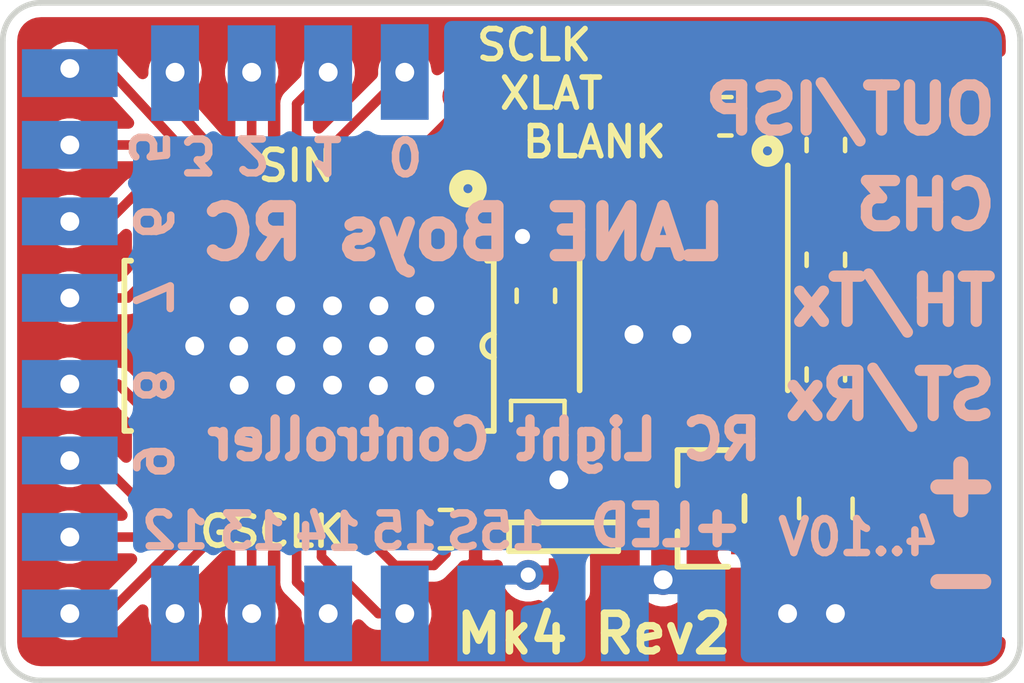
<source format=kicad_pcb>
(kicad_pcb (version 20171130) (host pcbnew 5.0.2-bee76a0~70~ubuntu18.04.1)

  (general
    (thickness 1.6)
    (drawings 85)
    (tracks 225)
    (zones 0)
    (modules 42)
    (nets 42)
  )

  (page A4)
  (layers
    (0 Top signal)
    (31 Bottom signal)
    (32 B.Adhes user hide)
    (33 F.Adhes user hide)
    (34 B.Paste user)
    (35 F.Paste user)
    (36 B.SilkS user)
    (37 F.SilkS user)
    (38 B.Mask user)
    (39 F.Mask user)
    (40 Dwgs.User user hide)
    (41 Cmts.User user hide)
    (42 Eco1.User user hide)
    (43 Eco2.User user hide)
    (44 Edge.Cuts user)
    (45 Margin user hide)
    (46 B.CrtYd user hide)
    (47 F.CrtYd user hide)
    (48 B.Fab user hide)
    (49 F.Fab user hide)
  )

  (setup
    (last_trace_width 0.254)
    (user_trace_width 0.2032)
    (user_trace_width 0.381)
    (user_trace_width 0.508)
    (user_trace_width 0.635)
    (user_trace_width 0.762)
    (trace_clearance 0.1778)
    (zone_clearance 0.508)
    (zone_45_only no)
    (trace_min 0.2)
    (segment_width 0.2)
    (edge_width 0.15)
    (via_size 0.8)
    (via_drill 0.4)
    (via_min_size 0.4)
    (via_min_drill 0.3)
    (uvia_size 0.3)
    (uvia_drill 0.1)
    (uvias_allowed no)
    (uvia_min_size 0.2)
    (uvia_min_drill 0.1)
    (pcb_text_width 0.3)
    (pcb_text_size 1.5 1.5)
    (mod_edge_width 0.15)
    (mod_text_size 1 1)
    (mod_text_width 0.15)
    (pad_size 1.524 1.524)
    (pad_drill 0.762)
    (pad_to_mask_clearance 0.0254)
    (solder_mask_min_width 0.25)
    (aux_axis_origin 0 0)
    (grid_origin 135 114)
    (visible_elements 7FFFFF7F)
    (pcbplotparams
      (layerselection 0x010fc_ffffffff)
      (usegerberextensions false)
      (usegerberattributes false)
      (usegerberadvancedattributes false)
      (creategerberjobfile false)
      (excludeedgelayer true)
      (linewidth 0.100000)
      (plotframeref false)
      (viasonmask false)
      (mode 1)
      (useauxorigin false)
      (hpglpennumber 1)
      (hpglpenspeed 20)
      (hpglpendiameter 15.000000)
      (psnegative false)
      (psa4output false)
      (plotreference true)
      (plotvalue true)
      (plotinvisibletext false)
      (padsonsilk false)
      (subtractmaskfromsilk false)
      (outputformat 1)
      (mirror false)
      (drillshape 1)
      (scaleselection 1)
      (outputdirectory ""))
  )

  (net 0 "")
  (net 1 +3V3)
  (net 2 GND)
  (net 3 "Net-(R1-Pad2)")
  (net 4 /GSCLK)
  (net 5 "Net-(U2-Pad24)")
  (net 6 "Net-(U2-Pad23)")
  (net 7 /SIN)
  (net 8 /SCLK)
  (net 9 /XLAT)
  (net 10 /BLANK)
  (net 11 /VIN)
  (net 12 "Net-(PAD3-Pad1)")
  (net 13 "Net-(PAD5-Pad1)")
  (net 14 /ST/RX)
  (net 15 /TH/TX)
  (net 16 "Net-(U$2-Pad11)")
  (net 17 /OUT-SWITCHED)
  (net 18 "Net-(U$2-Pad8)")
  (net 19 "Net-(U$2-Pad7)")
  (net 20 /OUT/ISP)
  (net 21 /CH3)
  (net 22 "Net-(PAD6-Pad1)")
  (net 23 "Net-(U$2-Pad3)")
  (net 24 "Net-(OUT0-Pad1)")
  (net 25 "Net-(OUT1-Pad1)")
  (net 26 "Net-(OUT2-Pad1)")
  (net 27 "Net-(OUT3-Pad1)")
  (net 28 "Net-(OUT4-Pad1)")
  (net 29 "Net-(OUT5-Pad1)")
  (net 30 "Net-(OUT6-Pad1)")
  (net 31 "Net-(OUT7-Pad1)")
  (net 32 "Net-(OUT8-Pad1)")
  (net 33 "Net-(OUT9-Pad1)")
  (net 34 "Net-(OUT10-Pad1)")
  (net 35 "Net-(OUT11-Pad1)")
  (net 36 "Net-(OUT12-Pad1)")
  (net 37 "Net-(OUT13-Pad1)")
  (net 38 "Net-(OUT14-Pad1)")
  (net 39 "Net-(OUT15-Pad1)")
  (net 40 "Net-(OUT15S1-Pad1)")
  (net 41 "Net-(PAD4-Pad1)")

  (net_class Default "This is the default net class."
    (clearance 0.1778)
    (trace_width 0.254)
    (via_dia 0.8)
    (via_drill 0.4)
    (uvia_dia 0.3)
    (uvia_drill 0.1)
    (diff_pair_gap 0.254)
    (diff_pair_width 0.2032)
    (add_net +3V3)
    (add_net /BLANK)
    (add_net /CH3)
    (add_net /GSCLK)
    (add_net /OUT-SWITCHED)
    (add_net /OUT/ISP)
    (add_net /SCLK)
    (add_net /SIN)
    (add_net /ST/RX)
    (add_net /TH/TX)
    (add_net /VIN)
    (add_net /XLAT)
    (add_net GND)
    (add_net "Net-(OUT0-Pad1)")
    (add_net "Net-(OUT1-Pad1)")
    (add_net "Net-(OUT10-Pad1)")
    (add_net "Net-(OUT11-Pad1)")
    (add_net "Net-(OUT12-Pad1)")
    (add_net "Net-(OUT13-Pad1)")
    (add_net "Net-(OUT14-Pad1)")
    (add_net "Net-(OUT15-Pad1)")
    (add_net "Net-(OUT15S1-Pad1)")
    (add_net "Net-(OUT2-Pad1)")
    (add_net "Net-(OUT3-Pad1)")
    (add_net "Net-(OUT4-Pad1)")
    (add_net "Net-(OUT5-Pad1)")
    (add_net "Net-(OUT6-Pad1)")
    (add_net "Net-(OUT7-Pad1)")
    (add_net "Net-(OUT8-Pad1)")
    (add_net "Net-(OUT9-Pad1)")
    (add_net "Net-(PAD3-Pad1)")
    (add_net "Net-(PAD4-Pad1)")
    (add_net "Net-(PAD5-Pad1)")
    (add_net "Net-(PAD6-Pad1)")
    (add_net "Net-(R1-Pad2)")
    (add_net "Net-(U$2-Pad11)")
    (add_net "Net-(U$2-Pad3)")
    (add_net "Net-(U$2-Pad7)")
    (add_net "Net-(U$2-Pad8)")
    (add_net "Net-(U2-Pad23)")
    (add_net "Net-(U2-Pad24)")
  )

  (module Capacitor_SMD:C_0805_2012Metric (layer Top) (tedit 5CC5767D) (tstamp 5C81F495)
    (at 149.1996 106.8324 270)
    (descr "Capacitor SMD 0805 (2012 Metric), square (rectangular) end terminal, IPC_7351 nominal, (Body size source: https://docs.google.com/spreadsheets/d/1BsfQQcO9C6DZCsRaXUlFlo91Tg2WpOkGARC1WS5S8t0/edit?usp=sharing), generated with kicad-footprint-generator")
    (tags capacitor)
    (path /5C870864)
    (attr smd)
    (fp_text reference C2 (at 0 -1.65 270) (layer F.SilkS) hide
      (effects (font (size 1 1) (thickness 0.15)))
    )
    (fp_text value 47u/6V3 (at 0 1.65 270) (layer F.Fab)
      (effects (font (size 1 1) (thickness 0.15)))
    )
    (fp_line (start -1 0.6) (end -1 -0.6) (layer F.Fab) (width 0.1))
    (fp_line (start -1 -0.6) (end 1 -0.6) (layer F.Fab) (width 0.1))
    (fp_line (start 1 -0.6) (end 1 0.6) (layer F.Fab) (width 0.1))
    (fp_line (start 1 0.6) (end -1 0.6) (layer F.Fab) (width 0.1))
    (fp_line (start -0.258578 -0.71) (end 0.258578 -0.71) (layer F.SilkS) (width 0.12))
    (fp_line (start -0.258578 0.71) (end 0.258578 0.71) (layer F.SilkS) (width 0.12))
    (fp_line (start -1.68 0.95) (end -1.68 -0.95) (layer F.CrtYd) (width 0.05))
    (fp_line (start -1.68 -0.95) (end 1.68 -0.95) (layer F.CrtYd) (width 0.05))
    (fp_line (start 1.68 -0.95) (end 1.68 0.95) (layer F.CrtYd) (width 0.05))
    (fp_line (start 1.68 0.95) (end -1.68 0.95) (layer F.CrtYd) (width 0.05))
    (fp_text user %R (at 0 0 270) (layer F.Fab)
      (effects (font (size 0.5 0.5) (thickness 0.08)))
    )
    (fp_line (start -0.254 -0.7112) (end -0.254 0.7112) (layer F.SilkS) (width 0.12))
    (pad 1 smd roundrect (at -0.9375 0 270) (size 0.975 1.4) (layers Top F.Paste F.Mask) (roundrect_rratio 0.25)
      (net 1 +3V3))
    (pad 2 smd roundrect (at 0.9375 0 270) (size 0.975 1.4) (layers Top F.Paste F.Mask) (roundrect_rratio 0.25)
      (net 2 GND))
    (model ${KISYS3DMOD}/Capacitor_SMD.3dshapes/C_0805_2012Metric.wrl
      (at (xyz 0 0 0))
      (scale (xyz 1 1 1))
      (rotate (xyz 0 0 0))
    )
  )

  (module rc-light-controller-tlc5940-lpc812:SOP65P640X120-29N (layer Top) (tedit 5C81CEDD) (tstamp 5C82FD92)
    (at 143.1291 105.1136 270)
    (path /840783A6)
    (solder_paste_margin -0.02)
    (fp_text reference U2 (at -3.4544 -5.715 270) (layer F.SilkS) hide
      (effects (font (size 1.97866 1.97866) (thickness 0.197866)) (justify left bottom))
    )
    (fp_text value TLC5940PWP (at -3.4544 7.62) (layer F.Fab)
      (effects (font (size 0.77216 0.77216) (thickness 0.115824)) (justify left bottom))
    )
    (fp_text user * (at -3.7592 -4.445 270) (layer F.Fab)
      (effects (font (size 1.2065 1.2065) (thickness 0.0762)) (justify left bottom))
    )
    (fp_text user * (at -3.8946 -5.3466 270) (layer F.SilkS) hide
      (effects (font (size 1.2065 1.2065) (thickness 0.0762)) (justify left bottom))
    )
    (fp_arc (start 0 -4.9022) (end 0.3048 -4.9022) (angle 180) (layer F.Fab) (width 0.1))
    (fp_line (start -2.2606 -4.9022) (end -2.2606 4.9022) (layer F.Fab) (width 0.1))
    (fp_line (start -0.3048 -4.9022) (end -2.2606 -4.9022) (layer F.Fab) (width 0.1))
    (fp_line (start 0.3048 -4.9022) (end -0.3048 -4.9022) (layer F.Fab) (width 0.1))
    (fp_line (start 2.2606 -4.9022) (end 0.3048 -4.9022) (layer F.Fab) (width 0.1))
    (fp_line (start 2.2606 4.9022) (end 2.2606 -4.9022) (layer F.Fab) (width 0.1))
    (fp_line (start -2.2606 4.9022) (end 2.2606 4.9022) (layer F.Fab) (width 0.1))
    (fp_line (start 3.302 -4.3688) (end 2.2606 -4.3688) (layer F.Fab) (width 0.1))
    (fp_line (start 3.302 -4.064) (end 3.302 -4.3688) (layer F.Fab) (width 0.1))
    (fp_line (start 2.2606 -4.064) (end 3.302 -4.064) (layer F.Fab) (width 0.1))
    (fp_line (start 2.2606 -4.3688) (end 2.2606 -4.064) (layer F.Fab) (width 0.1))
    (fp_line (start 3.302 -3.7338) (end 2.2606 -3.7338) (layer F.Fab) (width 0.1))
    (fp_line (start 3.302 -3.429) (end 3.302 -3.7338) (layer F.Fab) (width 0.1))
    (fp_line (start 2.2606 -3.429) (end 3.302 -3.429) (layer F.Fab) (width 0.1))
    (fp_line (start 2.2606 -3.7338) (end 2.2606 -3.429) (layer F.Fab) (width 0.1))
    (fp_line (start 3.302 -3.0734) (end 2.2606 -3.0734) (layer F.Fab) (width 0.1))
    (fp_line (start 3.302 -2.7686) (end 3.302 -3.0734) (layer F.Fab) (width 0.1))
    (fp_line (start 2.2606 -2.7686) (end 3.302 -2.7686) (layer F.Fab) (width 0.1))
    (fp_line (start 2.2606 -3.0734) (end 2.2606 -2.7686) (layer F.Fab) (width 0.1))
    (fp_line (start 3.302 -2.413) (end 2.2606 -2.413) (layer F.Fab) (width 0.1))
    (fp_line (start 3.302 -2.1336) (end 3.302 -2.413) (layer F.Fab) (width 0.1))
    (fp_line (start 2.2606 -2.1336) (end 3.302 -2.1336) (layer F.Fab) (width 0.1))
    (fp_line (start 2.2606 -2.413) (end 2.2606 -2.1336) (layer F.Fab) (width 0.1))
    (fp_line (start 3.302 -1.778) (end 2.2606 -1.778) (layer F.Fab) (width 0.1))
    (fp_line (start 3.302 -1.4732) (end 3.302 -1.778) (layer F.Fab) (width 0.1))
    (fp_line (start 2.2606 -1.4732) (end 3.302 -1.4732) (layer F.Fab) (width 0.1))
    (fp_line (start 2.2606 -1.778) (end 2.2606 -1.4732) (layer F.Fab) (width 0.1))
    (fp_line (start 3.302 -1.1176) (end 2.2606 -1.1176) (layer F.Fab) (width 0.1))
    (fp_line (start 3.302 -0.8128) (end 3.302 -1.1176) (layer F.Fab) (width 0.1))
    (fp_line (start 2.2606 -0.8128) (end 3.302 -0.8128) (layer F.Fab) (width 0.1))
    (fp_line (start 2.2606 -1.1176) (end 2.2606 -0.8128) (layer F.Fab) (width 0.1))
    (fp_line (start 3.302 -0.4826) (end 2.2606 -0.4826) (layer F.Fab) (width 0.1))
    (fp_line (start 3.302 -0.1778) (end 3.302 -0.4826) (layer F.Fab) (width 0.1))
    (fp_line (start 2.2606 -0.1778) (end 3.302 -0.1778) (layer F.Fab) (width 0.1))
    (fp_line (start 2.2606 -0.4826) (end 2.2606 -0.1778) (layer F.Fab) (width 0.1))
    (fp_line (start 3.302 0.1778) (end 2.2606 0.1778) (layer F.Fab) (width 0.1))
    (fp_line (start 3.302 0.4826) (end 3.302 0.1778) (layer F.Fab) (width 0.1))
    (fp_line (start 2.2606 0.4826) (end 3.302 0.4826) (layer F.Fab) (width 0.1))
    (fp_line (start 2.2606 0.1778) (end 2.2606 0.4826) (layer F.Fab) (width 0.1))
    (fp_line (start 3.302 0.8128) (end 2.2606 0.8128) (layer F.Fab) (width 0.1))
    (fp_line (start 3.302 1.1176) (end 3.302 0.8128) (layer F.Fab) (width 0.1))
    (fp_line (start 2.2606 1.1176) (end 3.302 1.1176) (layer F.Fab) (width 0.1))
    (fp_line (start 2.2606 0.8128) (end 2.2606 1.1176) (layer F.Fab) (width 0.1))
    (fp_line (start 3.302 1.4732) (end 2.2606 1.4732) (layer F.Fab) (width 0.1))
    (fp_line (start 3.302 1.778) (end 3.302 1.4732) (layer F.Fab) (width 0.1))
    (fp_line (start 2.2606 1.778) (end 3.302 1.778) (layer F.Fab) (width 0.1))
    (fp_line (start 2.2606 1.4732) (end 2.2606 1.778) (layer F.Fab) (width 0.1))
    (fp_line (start 3.302 2.1336) (end 2.2606 2.1336) (layer F.Fab) (width 0.1))
    (fp_line (start 3.302 2.413) (end 3.302 2.1336) (layer F.Fab) (width 0.1))
    (fp_line (start 2.2606 2.413) (end 3.302 2.413) (layer F.Fab) (width 0.1))
    (fp_line (start 2.2606 2.1336) (end 2.2606 2.413) (layer F.Fab) (width 0.1))
    (fp_line (start 3.302 2.7686) (end 2.2606 2.7686) (layer F.Fab) (width 0.1))
    (fp_line (start 3.302 3.0734) (end 3.302 2.7686) (layer F.Fab) (width 0.1))
    (fp_line (start 2.2606 3.0734) (end 3.302 3.0734) (layer F.Fab) (width 0.1))
    (fp_line (start 2.2606 2.7686) (end 2.2606 3.0734) (layer F.Fab) (width 0.1))
    (fp_line (start 3.302 3.429) (end 2.2606 3.429) (layer F.Fab) (width 0.1))
    (fp_line (start 3.302 3.7338) (end 3.302 3.429) (layer F.Fab) (width 0.1))
    (fp_line (start 2.2606 3.7338) (end 3.302 3.7338) (layer F.Fab) (width 0.1))
    (fp_line (start 2.2606 3.429) (end 2.2606 3.7338) (layer F.Fab) (width 0.1))
    (fp_line (start 3.302 4.064) (end 2.2606 4.064) (layer F.Fab) (width 0.1))
    (fp_line (start 3.302 4.3688) (end 3.302 4.064) (layer F.Fab) (width 0.1))
    (fp_line (start 2.2606 4.3688) (end 3.302 4.3688) (layer F.Fab) (width 0.1))
    (fp_line (start 2.2606 4.064) (end 2.2606 4.3688) (layer F.Fab) (width 0.1))
    (fp_line (start -3.302 4.3688) (end -2.2606 4.3688) (layer F.Fab) (width 0.1))
    (fp_line (start -3.302 4.064) (end -3.302 4.3688) (layer F.Fab) (width 0.1))
    (fp_line (start -2.2606 4.064) (end -3.302 4.064) (layer F.Fab) (width 0.1))
    (fp_line (start -2.2606 4.3688) (end -2.2606 4.064) (layer F.Fab) (width 0.1))
    (fp_line (start -3.302 3.7338) (end -2.2606 3.7338) (layer F.Fab) (width 0.1))
    (fp_line (start -3.302 3.429) (end -3.302 3.7338) (layer F.Fab) (width 0.1))
    (fp_line (start -2.2606 3.429) (end -3.302 3.429) (layer F.Fab) (width 0.1))
    (fp_line (start -2.2606 3.7338) (end -2.2606 3.429) (layer F.Fab) (width 0.1))
    (fp_line (start -3.302 3.0734) (end -2.2606 3.0734) (layer F.Fab) (width 0.1))
    (fp_line (start -3.302 2.7686) (end -3.302 3.0734) (layer F.Fab) (width 0.1))
    (fp_line (start -2.2606 2.7686) (end -3.302 2.7686) (layer F.Fab) (width 0.1))
    (fp_line (start -2.2606 3.0734) (end -2.2606 2.7686) (layer F.Fab) (width 0.1))
    (fp_line (start -3.302 2.413) (end -2.2606 2.413) (layer F.Fab) (width 0.1))
    (fp_line (start -3.302 2.1336) (end -3.302 2.413) (layer F.Fab) (width 0.1))
    (fp_line (start -2.2606 2.1336) (end -3.302 2.1336) (layer F.Fab) (width 0.1))
    (fp_line (start -2.2606 2.413) (end -2.2606 2.1336) (layer F.Fab) (width 0.1))
    (fp_line (start -3.302 1.778) (end -2.2606 1.778) (layer F.Fab) (width 0.1))
    (fp_line (start -3.302 1.4732) (end -3.302 1.778) (layer F.Fab) (width 0.1))
    (fp_line (start -2.2606 1.4732) (end -3.302 1.4732) (layer F.Fab) (width 0.1))
    (fp_line (start -2.2606 1.778) (end -2.2606 1.4732) (layer F.Fab) (width 0.1))
    (fp_line (start -3.302 1.1176) (end -2.2606 1.1176) (layer F.Fab) (width 0.1))
    (fp_line (start -3.302 0.8128) (end -3.302 1.1176) (layer F.Fab) (width 0.1))
    (fp_line (start -2.2606 0.8128) (end -3.302 0.8128) (layer F.Fab) (width 0.1))
    (fp_line (start -2.2606 1.1176) (end -2.2606 0.8128) (layer F.Fab) (width 0.1))
    (fp_line (start -3.302 0.4826) (end -2.2606 0.4826) (layer F.Fab) (width 0.1))
    (fp_line (start -3.302 0.1778) (end -3.302 0.4826) (layer F.Fab) (width 0.1))
    (fp_line (start -2.2606 0.1778) (end -3.302 0.1778) (layer F.Fab) (width 0.1))
    (fp_line (start -2.2606 0.4826) (end -2.2606 0.1778) (layer F.Fab) (width 0.1))
    (fp_line (start -3.302 -0.1778) (end -2.2606 -0.1778) (layer F.Fab) (width 0.1))
    (fp_line (start -3.302 -0.4826) (end -3.302 -0.1778) (layer F.Fab) (width 0.1))
    (fp_line (start -2.2606 -0.4826) (end -3.302 -0.4826) (layer F.Fab) (width 0.1))
    (fp_line (start -2.2606 -0.1778) (end -2.2606 -0.4826) (layer F.Fab) (width 0.1))
    (fp_line (start -3.302 -0.8128) (end -2.2606 -0.8128) (layer F.Fab) (width 0.1))
    (fp_line (start -3.302 -1.1176) (end -3.302 -0.8128) (layer F.Fab) (width 0.1))
    (fp_line (start -2.2606 -1.1176) (end -3.302 -1.1176) (layer F.Fab) (width 0.1))
    (fp_line (start -2.2606 -0.8128) (end -2.2606 -1.1176) (layer F.Fab) (width 0.1))
    (fp_line (start -3.302 -1.4732) (end -2.2606 -1.4732) (layer F.Fab) (width 0.1))
    (fp_line (start -3.302 -1.778) (end -3.302 -1.4732) (layer F.Fab) (width 0.1))
    (fp_line (start -2.2606 -1.778) (end -3.302 -1.778) (layer F.Fab) (width 0.1))
    (fp_line (start -2.2606 -1.4732) (end -2.2606 -1.778) (layer F.Fab) (width 0.1))
    (fp_line (start -3.302 -2.1336) (end -2.2606 -2.1336) (layer F.Fab) (width 0.1))
    (fp_line (start -3.302 -2.413) (end -3.302 -2.1336) (layer F.Fab) (width 0.1))
    (fp_line (start -2.2606 -2.413) (end -3.302 -2.413) (layer F.Fab) (width 0.1))
    (fp_line (start -2.2606 -2.1336) (end -2.2606 -2.413) (layer F.Fab) (width 0.1))
    (fp_line (start -3.302 -2.7686) (end -2.2606 -2.7686) (layer F.Fab) (width 0.1))
    (fp_line (start -3.302 -3.0734) (end -3.302 -2.7686) (layer F.Fab) (width 0.1))
    (fp_line (start -2.2606 -3.0734) (end -3.302 -3.0734) (layer F.Fab) (width 0.1))
    (fp_line (start -2.2606 -2.7686) (end -2.2606 -3.0734) (layer F.Fab) (width 0.1))
    (fp_line (start -3.302 -3.429) (end -2.2606 -3.429) (layer F.Fab) (width 0.1))
    (fp_line (start -3.302 -3.7338) (end -3.302 -3.429) (layer F.Fab) (width 0.1))
    (fp_line (start -2.2606 -3.7338) (end -3.302 -3.7338) (layer F.Fab) (width 0.1))
    (fp_line (start -2.2606 -3.429) (end -2.2606 -3.7338) (layer F.Fab) (width 0.1))
    (fp_line (start -3.302 -4.064) (end -2.2606 -4.064) (layer F.Fab) (width 0.1))
    (fp_line (start -3.302 -4.3688) (end -3.302 -4.064) (layer F.Fab) (width 0.1))
    (fp_line (start -2.2606 -4.3688) (end -3.302 -4.3688) (layer F.Fab) (width 0.1))
    (fp_line (start -2.2606 -4.064) (end -2.2606 -4.3688) (layer F.Fab) (width 0.1))
    (fp_arc (start 0 -4.9022) (end 0.3048 -4.9022) (angle 180) (layer F.SilkS) (width 0.1524))
    (fp_line (start -2.2606 -4.9022) (end -2.2606 -4.7244) (layer F.SilkS) (width 0.1524))
    (fp_line (start -0.3048 -4.9022) (end -2.2606 -4.9022) (layer F.SilkS) (width 0.1524))
    (fp_line (start 0.3048 -4.9022) (end -0.3048 -4.9022) (layer F.SilkS) (width 0.1524))
    (fp_line (start 2.2606 -4.9022) (end 0.3048 -4.9022) (layer F.SilkS) (width 0.1524))
    (fp_line (start 2.2606 4.9022) (end 2.2606 4.7244) (layer F.SilkS) (width 0.1524))
    (fp_line (start -2.2606 4.9022) (end 2.2606 4.9022) (layer F.SilkS) (width 0.1524))
    (fp_line (start -2.2606 4.7244) (end -2.2606 4.9022) (layer F.SilkS) (width 0.1524))
    (fp_line (start 2.2606 -4.7244) (end 2.2606 -4.9022) (layer F.SilkS) (width 0.1524))
    (fp_poly (pts (xy 0.254 -2.921) (xy 0.889 -2.921) (xy 0.889 -2.286) (xy 0.254 -2.286)) (layer F.Mask) (width 0.15))
    (fp_poly (pts (xy 0.254 -1.635125) (xy 0.889 -1.635125) (xy 0.889 -1.000125) (xy 0.254 -1.000125)) (layer F.Mask) (width 0.15))
    (fp_poly (pts (xy 0.254 -0.34925) (xy 0.889 -0.34925) (xy 0.889 0.28575) (xy 0.254 0.28575)) (layer F.Mask) (width 0.15))
    (fp_poly (pts (xy 0.254 0.936625) (xy 0.889 0.936625) (xy 0.889 1.571625) (xy 0.254 1.571625)) (layer F.Mask) (width 0.15))
    (fp_poly (pts (xy 0.254 2.2225) (xy 0.889 2.2225) (xy 0.889 2.8575) (xy 0.254 2.8575)) (layer F.Mask) (width 0.15))
    (fp_poly (pts (xy -0.889 0.936625) (xy -0.254 0.936625) (xy -0.254 1.571625) (xy -0.889 1.571625)) (layer F.Mask) (width 0.15))
    (fp_poly (pts (xy -0.889 -2.921) (xy -0.254 -2.921) (xy -0.254 -2.286) (xy -0.889 -2.286)) (layer F.Mask) (width 0.15))
    (fp_poly (pts (xy -0.889 2.2225) (xy -0.254 2.2225) (xy -0.254 2.8575) (xy -0.889 2.8575)) (layer F.Mask) (width 0.15))
    (fp_poly (pts (xy -0.889 -1.635125) (xy -0.254 -1.635125) (xy -0.254 -1.000125) (xy -0.889 -1.000125)) (layer F.Mask) (width 0.15))
    (fp_poly (pts (xy -0.889 -0.34925) (xy -0.254 -0.34925) (xy -0.254 0.28575) (xy -0.889 0.28575)) (layer F.Mask) (width 0.15))
    (fp_poly (pts (xy -0.889 -2.794) (xy -0.254 -2.794) (xy -0.254 -2.159) (xy -0.889 -2.159)) (layer F.Paste) (width 0.15))
    (fp_poly (pts (xy -0.889 -1.55575) (xy -0.254 -1.55575) (xy -0.254 -0.92075) (xy -0.889 -0.92075)) (layer F.Paste) (width 0.15))
    (fp_poly (pts (xy -0.889 -0.3175) (xy -0.254 -0.3175) (xy -0.254 0.3175) (xy -0.889 0.3175)) (layer F.Paste) (width 0.15))
    (fp_poly (pts (xy -0.889 0.92075) (xy -0.254 0.92075) (xy -0.254 1.55575) (xy -0.889 1.55575)) (layer F.Paste) (width 0.15))
    (fp_poly (pts (xy -0.889 2.159) (xy -0.254 2.159) (xy -0.254 2.794) (xy -0.889 2.794)) (layer F.Paste) (width 0.15))
    (fp_poly (pts (xy 0.254 -2.794) (xy 0.889 -2.794) (xy 0.889 -2.159) (xy 0.254 -2.159)) (layer F.Paste) (width 0.15))
    (fp_poly (pts (xy 0.254 -1.55575) (xy 0.889 -1.55575) (xy 0.889 -0.92075) (xy 0.254 -0.92075)) (layer F.Paste) (width 0.15))
    (fp_poly (pts (xy 0.254 -0.3175) (xy 0.889 -0.3175) (xy 0.889 0.3175) (xy 0.254 0.3175)) (layer F.Paste) (width 0.15))
    (fp_poly (pts (xy 0.254 0.92075) (xy 0.889 0.92075) (xy 0.889 1.55575) (xy 0.254 1.55575)) (layer F.Paste) (width 0.15))
    (fp_poly (pts (xy 0.254 2.159) (xy 0.889 2.159) (xy 0.889 2.794) (xy 0.254 2.794)) (layer F.Paste) (width 0.15))
    (pad 29 smd rect (at 0 0 270) (size 2.3876 6.1722) (layers Top F.Mask)
      (net 2 GND) (solder_mask_margin 0.0508) (zone_connect 2))
    (pad 28 smd rect (at 2.921 -4.2164 270) (size 1.4732 0.3556) (layers Top F.Paste F.Mask)
      (net 1 +3V3) (solder_mask_margin 0.0508))
    (pad 27 smd rect (at 2.921 -3.5814 270) (size 1.4732 0.3556) (layers Top F.Paste F.Mask)
      (net 3 "Net-(R1-Pad2)") (solder_mask_margin 0.0508))
    (pad 26 smd rect (at 2.921 -2.921 270) (size 1.4732 0.3556) (layers Top F.Paste F.Mask)
      (net 1 +3V3) (solder_mask_margin 0.0508))
    (pad 25 smd rect (at 2.921 -2.286 270) (size 1.4732 0.3556) (layers Top F.Paste F.Mask)
      (net 4 /GSCLK) (solder_mask_margin 0.0508))
    (pad 24 smd rect (at 2.921 -1.6256 270) (size 1.4732 0.3556) (layers Top F.Paste F.Mask)
      (net 5 "Net-(U2-Pad24)") (solder_mask_margin 0.0508))
    (pad 23 smd rect (at 2.921 -0.9652 270) (size 1.4732 0.3556) (layers Top F.Paste F.Mask)
      (net 6 "Net-(U2-Pad23)") (solder_mask_margin 0.0508))
    (pad 22 smd rect (at 2.921 -0.3302 270) (size 1.4732 0.3556) (layers Top F.Paste F.Mask)
      (net 39 "Net-(OUT15-Pad1)") (solder_mask_margin 0.0508))
    (pad 21 smd rect (at 2.921 0.3302 270) (size 1.4732 0.3556) (layers Top F.Paste F.Mask)
      (net 38 "Net-(OUT14-Pad1)") (solder_mask_margin 0.0508))
    (pad 20 smd rect (at 2.921 0.9652 270) (size 1.4732 0.3556) (layers Top F.Paste F.Mask)
      (net 37 "Net-(OUT13-Pad1)") (solder_mask_margin 0.0508))
    (pad 19 smd rect (at 2.921 1.6256 270) (size 1.4732 0.3556) (layers Top F.Paste F.Mask)
      (net 36 "Net-(OUT12-Pad1)") (solder_mask_margin 0.0508))
    (pad 18 smd rect (at 2.921 2.286 270) (size 1.4732 0.3556) (layers Top F.Paste F.Mask)
      (net 35 "Net-(OUT11-Pad1)") (solder_mask_margin 0.0508))
    (pad 17 smd rect (at 2.921 2.921 270) (size 1.4732 0.3556) (layers Top F.Paste F.Mask)
      (net 34 "Net-(OUT10-Pad1)") (solder_mask_margin 0.0508))
    (pad 16 smd rect (at 2.921 3.5814 270) (size 1.4732 0.3556) (layers Top F.Paste F.Mask)
      (net 33 "Net-(OUT9-Pad1)") (solder_mask_margin 0.0508))
    (pad 15 smd rect (at 2.921 4.2164 270) (size 1.4732 0.3556) (layers Top F.Paste F.Mask)
      (net 32 "Net-(OUT8-Pad1)") (solder_mask_margin 0.0508))
    (pad 14 smd rect (at -2.921 4.2164 270) (size 1.4732 0.3556) (layers Top F.Paste F.Mask)
      (net 31 "Net-(OUT7-Pad1)") (solder_mask_margin 0.0508))
    (pad 13 smd rect (at -2.921 3.5814 270) (size 1.4732 0.3556) (layers Top F.Paste F.Mask)
      (net 30 "Net-(OUT6-Pad1)") (solder_mask_margin 0.0508))
    (pad 12 smd rect (at -2.921 2.921 270) (size 1.4732 0.3556) (layers Top F.Paste F.Mask)
      (net 29 "Net-(OUT5-Pad1)") (solder_mask_margin 0.0508))
    (pad 11 smd rect (at -2.921 2.286 270) (size 1.4732 0.3556) (layers Top F.Paste F.Mask)
      (net 28 "Net-(OUT4-Pad1)") (solder_mask_margin 0.0508))
    (pad 10 smd rect (at -2.921 1.6256 270) (size 1.4732 0.3556) (layers Top F.Paste F.Mask)
      (net 27 "Net-(OUT3-Pad1)") (solder_mask_margin 0.0508))
    (pad 9 smd rect (at -2.921 0.9652 270) (size 1.4732 0.3556) (layers Top F.Paste F.Mask)
      (net 26 "Net-(OUT2-Pad1)") (solder_mask_margin 0.0508))
    (pad 8 smd rect (at -2.921 0.3302 270) (size 1.4732 0.3556) (layers Top F.Paste F.Mask)
      (net 25 "Net-(OUT1-Pad1)") (solder_mask_margin 0.0508))
    (pad 7 smd rect (at -2.921 -0.3302 270) (size 1.4732 0.3556) (layers Top F.Paste F.Mask)
      (net 24 "Net-(OUT0-Pad1)") (solder_mask_margin 0.0508))
    (pad 6 smd rect (at -2.921 -0.9652 270) (size 1.4732 0.3556) (layers Top F.Paste F.Mask)
      (net 1 +3V3) (solder_mask_margin 0.0508))
    (pad 5 smd rect (at -2.921 -1.6256 270) (size 1.4732 0.3556) (layers Top F.Paste F.Mask)
      (net 7 /SIN) (solder_mask_margin 0.0508))
    (pad 4 smd rect (at -2.921 -2.286 270) (size 1.4732 0.3556) (layers Top F.Paste F.Mask)
      (net 8 /SCLK) (solder_mask_margin 0.0508))
    (pad 3 smd rect (at -2.921 -2.921 270) (size 1.4732 0.3556) (layers Top F.Paste F.Mask)
      (net 9 /XLAT) (solder_mask_margin 0.0508))
    (pad 2 smd rect (at -2.921 -3.5814 270) (size 1.4732 0.3556) (layers Top F.Paste F.Mask)
      (net 10 /BLANK) (solder_mask_margin 0.0508))
    (pad 1 smd rect (at -2.921 -4.2164 270) (size 1.4732 0.3556) (layers Top F.Paste F.Mask)
      (net 2 GND) (solder_mask_margin 0.0508))
    (model ${KISYS3DMOD}/Package_SO.3dshapes/HTSSOP-28-1EP_4.4x9.7mm_P0.65mm_EP3.4x9.5mm.step
      (at (xyz 0 0 0))
      (scale (xyz 1 1 1))
      (rotate (xyz 0 0 0))
    )
  )

  (module rc-light-controller-tlc5940-lpc812:SOT95P300X145-3N (layer Top) (tedit 5C81BE4A) (tstamp 5C81BBC1)
    (at 153.7971 109.4316 90)
    (path /09B5DC2D)
    (fp_text reference U$1 (at -4.2418 -2.413 90) (layer F.SilkS) hide
      (effects (font (size 1.97866 1.97866) (thickness 0.197866)) (justify left bottom))
    )
    (fp_text value 3V3 (at -5.6896 4.4196) (layer F.Fab)
      (effects (font (size 0.77216 0.77216) (thickness 0.115824)) (justify left bottom))
    )
    (fp_line (start -1.5494 -0.889) (end -1.5494 0.4572) (layer F.SilkS) (width 0.1524))
    (fp_line (start 1.5494 -0.889) (end 0.6096 -0.889) (layer F.SilkS) (width 0.1524))
    (fp_line (start 1.5494 0.4572) (end 1.5494 -0.889) (layer F.SilkS) (width 0.1524))
    (fp_line (start -0.3302 0.889) (end 0.3302 0.889) (layer F.SilkS) (width 0.1524))
    (fp_line (start -0.6096 -0.889) (end -1.5494 -0.889) (layer F.SilkS) (width 0.1524))
    (fp_line (start -1.5494 -0.889) (end -1.5494 0.889) (layer F.Fab) (width 0.1524))
    (fp_line (start 1.5494 -0.889) (end -1.5494 -0.889) (layer F.Fab) (width 0.1524))
    (fp_line (start 1.5494 0.889) (end 1.5494 -0.889) (layer F.Fab) (width 0.1524))
    (fp_line (start -1.5494 0.889) (end 1.5494 0.889) (layer F.Fab) (width 0.1524))
    (fp_line (start -0.254 -1.4986) (end -0.254 -0.889) (layer F.Fab) (width 0.1524))
    (fp_line (start 0.254 -1.4986) (end -0.254 -1.4986) (layer F.Fab) (width 0.1524))
    (fp_line (start 0.254 -0.889) (end 0.254 -1.4986) (layer F.Fab) (width 0.1524))
    (fp_line (start -0.254 -0.889) (end 0.254 -0.889) (layer F.Fab) (width 0.1524))
    (fp_line (start 1.1938 1.4986) (end 1.1938 0.889) (layer F.Fab) (width 0.1524))
    (fp_line (start 0.6858 1.4986) (end 1.1938 1.4986) (layer F.Fab) (width 0.1524))
    (fp_line (start 0.6858 0.889) (end 0.6858 1.4986) (layer F.Fab) (width 0.1524))
    (fp_line (start 1.1938 0.889) (end 0.6858 0.889) (layer F.Fab) (width 0.1524))
    (fp_line (start -0.6858 1.4986) (end -0.6858 0.889) (layer F.Fab) (width 0.1524))
    (fp_line (start -1.1938 1.4986) (end -0.6858 1.4986) (layer F.Fab) (width 0.1524))
    (fp_line (start -1.1938 0.889) (end -1.1938 1.4986) (layer F.Fab) (width 0.1524))
    (fp_line (start -0.6858 0.889) (end -1.1938 0.889) (layer F.Fab) (width 0.1524))
    (pad 3 smd rect (at 0 -1.1938 90) (size 0.5588 1.3208) (layers Top F.Paste F.Mask)
      (net 11 /VIN) (solder_mask_margin 0.0508))
    (pad 2 smd rect (at 0.9398 1.1938 90) (size 0.5588 1.3208) (layers Top F.Paste F.Mask)
      (net 1 +3V3) (solder_mask_margin 0.0508))
    (pad 1 smd rect (at -0.9398 1.1938 90) (size 0.5588 1.3208) (layers Top F.Paste F.Mask)
      (net 2 GND) (solder_mask_margin 0.0508))
    (model ${KISYS3DMOD}/Package_TO_SOT_SMD.3dshapes/SOT-23W.step
      (at (xyz 0 0 0))
      (scale (xyz 1 1 1))
      (rotate (xyz 0 0 -90))
    )
  )

  (module rc-light-controller-tlc5940-lpc812:SMD80X120 (layer Top) (tedit 5C81BE56) (tstamp 5C81BBDC)
    (at 159.8931 108.9236 90)
    (descr "<b>SMD PAD</b>")
    (path /1C475C6D)
    (fp_text reference PAD1 (at -1.27 1.524) (layer F.SilkS) hide
      (effects (font (size 0.77216 0.77216) (thickness 0.115824)) (justify right top))
    )
    (fp_text value + (at 2.032 1.524 180) (layer F.Fab)
      (effects (font (size 1.6891 1.6891) (thickness 0.253365)) (justify right top mirror))
    )
    (pad 1 smd rect (at 0 0 90) (size 2.032 3.048) (layers Top F.Mask)
      (net 11 /VIN) (solder_mask_margin 0.0508))
  )

  (module rc-light-controller-tlc5940-lpc812:SMD80X120 (layer Top) (tedit 5C81BE52) (tstamp 5C81BBE0)
    (at 159.8931 111.4636 90)
    (descr "<b>SMD PAD</b>")
    (path /A0CD53A2)
    (fp_text reference PAD2 (at -1.27 1.524) (layer F.SilkS) hide
      (effects (font (size 0.77216 0.77216) (thickness 0.115824)) (justify right top))
    )
    (fp_text value - (at 2.032 1.524 180) (layer F.Fab)
      (effects (font (size 1.59258 1.59258) (thickness 0.238887)) (justify right top mirror))
    )
    (pad 1 smd rect (at 0 0 90) (size 2.032 3.048) (layers Top F.Mask)
      (net 2 GND) (solder_mask_margin 0.0508))
  )

  (module rc-light-controller-tlc5940-lpc812:SMD80X120 (layer Top) (tedit 5C81BE59) (tstamp 5C81BBE4)
    (at 159.8931 106.3836 90)
    (descr "<b>SMD PAD</b>")
    (path /1CFA7EBC)
    (fp_text reference PAD3 (at -1.27 1.524) (layer F.SilkS) hide
      (effects (font (size 0.77216 0.77216) (thickness 0.115824)) (justify right top))
    )
    (fp_text value ST/Rx (at 2.032 1.524 180) (layer F.Fab)
      (effects (font (size 1.08585 1.08585) (thickness 0.162877)) (justify right top mirror))
    )
    (pad 1 smd rect (at 0 0 90) (size 2.032 3.048) (layers Top F.Mask)
      (net 12 "Net-(PAD3-Pad1)") (solder_mask_margin 0.0508))
  )

  (module rc-light-controller-tlc5940-lpc812:SMD80X120 (layer Top) (tedit 5C81BE5C) (tstamp 5C81BBE8)
    (at 159.892 101.3 90)
    (descr "<b>SMD PAD</b>")
    (path /411DFD1A)
    (fp_text reference PAD5 (at -1.27 1.524) (layer F.SilkS) hide
      (effects (font (size 0.77216 0.77216) (thickness 0.115824)) (justify right top))
    )
    (fp_text value CH3 (at 2.032 1.524 180) (layer F.Fab)
      (effects (font (size 1.08585 1.08585) (thickness 0.162877)) (justify right top mirror))
    )
    (pad 1 smd rect (at 0 0 90) (size 2.032 3.048) (layers Top F.Mask)
      (net 13 "Net-(PAD5-Pad1)") (solder_mask_margin 0.0508))
  )

  (module rc-light-controller-tlc5940-lpc812:SMD80X120 (layer Top) (tedit 5C81BE5F) (tstamp 5C81BC8E)
    (at 159.892 98.76 90)
    (descr "<b>SMD PAD</b>")
    (path /6D080C98)
    (fp_text reference PAD6 (at -1.27 1.524) (layer F.SilkS) hide
      (effects (font (size 0.77216 0.77216) (thickness 0.115824)) (justify right top))
    )
    (fp_text value OUT/ISP (at 2.032 1.524 180) (layer F.Fab)
      (effects (font (size 1.08585 1.08585) (thickness 0.162877)) (justify right top mirror))
    )
    (pad 1 smd rect (at 0 0 90) (size 2.032 3.048) (layers Top F.Mask)
      (net 22 "Net-(PAD6-Pad1)") (solder_mask_margin 0.0508))
  )

  (module rc-light-controller-tlc5940-lpc812:TP10R (layer Top) (tedit 5C81BE32) (tstamp 5C81BCAE)
    (at 147.1676 98.4885)
    (descr "<b>TEST PAD</b>")
    (path /9469FDAA)
    (fp_text reference TP1 (at -0.5001 -0.5499) (layer F.SilkS) hide
      (effects (font (size 1.2065 1.2065) (thickness 0.09652)) (justify left bottom))
    )
    (fp_text value SWDIO (at -0.381 0.508) (layer F.Fab) hide
      (effects (font (size 0.02413 0.02413) (thickness 0.002032)) (justify left bottom))
    )
    (fp_text user >TP_SIGNAL_NAME (at 0 1.905) (layer Dwgs.User)
      (effects (font (size 0.95 0.95) (thickness 0.08)) (justify left bottom))
    )
    (pad TP smd roundrect (at 0 0) (size 1 1) (layers Top F.Mask) (roundrect_rratio 0.5)
      (net 8 /SCLK) (solder_mask_margin 0.0508))
  )

  (module rc-light-controller-tlc5940-lpc812:TP10R (layer Top) (tedit 5C81BE35) (tstamp 5C82190B)
    (at 147.9296 99.6696)
    (descr "<b>TEST PAD</b>")
    (path /900ADAA4)
    (fp_text reference TP2 (at -0.5001 -0.5499) (layer F.SilkS) hide
      (effects (font (size 1.2065 1.2065) (thickness 0.09652)) (justify left bottom))
    )
    (fp_text value SWCLK (at -0.381 0.508) (layer F.Fab) hide
      (effects (font (size 0.02413 0.02413) (thickness 0.002032)) (justify left bottom))
    )
    (fp_text user >TP_SIGNAL_NAME (at 0 1.905) (layer Dwgs.User)
      (effects (font (size 0.95 0.95) (thickness 0.08)) (justify left bottom))
    )
    (pad TP smd roundrect (at 0 0) (size 1 1) (layers Top F.Mask) (roundrect_rratio 0.5)
      (net 9 /XLAT) (solder_mask_margin 0.0508))
  )

  (module rc-light-controller-tlc5940-lpc812:SOT-23 (layer Top) (tedit 5C81C1AA) (tstamp 5C81BCC1)
    (at 149.86 110.1852)
    (descr "<b>Small Outline Transistor</b>")
    (path /8692C711)
    (fp_text reference T1 (at -1.397 -3.302) (layer F.SilkS) hide
      (effects (font (size 1.2065 1.2065) (thickness 0.127)) (justify left bottom))
    )
    (fp_text value NMOSSOT23 (at -1.397 -1.778) (layer F.Fab)
      (effects (font (size 1.2065 1.2065) (thickness 0.127)) (justify left bottom))
    )
    (fp_poly (pts (xy -0.1778 0.9398) (xy 0.2032 0.9398) (xy 0.2032 0.4318) (xy -0.1778 0.4318)) (layer F.Fab) (width 0))
    (fp_poly (pts (xy -1.143 -0.4318) (xy -0.762 -0.4318) (xy -0.762 -0.9398) (xy -1.143 -0.9398)) (layer F.Fab) (width 0))
    (fp_poly (pts (xy 0.7874 -0.4318) (xy 1.1684 -0.4318) (xy 1.1684 -0.9398) (xy 0.7874 -0.9398)) (layer F.Fab) (width 0))
    (fp_line (start -1.4224 0.381) (end -1.4224 -0.381) (layer F.SilkS) (width 0.1524))
    (fp_line (start 1.4732 0.381) (end -1.4224 0.381) (layer F.SilkS) (width 0.1524))
    (fp_line (start 1.4732 -0.381) (end 1.4732 0.381) (layer F.SilkS) (width 0.1524))
    (fp_line (start -1.4224 -0.381) (end 1.4732 -0.381) (layer F.SilkS) (width 0.1524))
    (pad 1 smd rect (at 0.0254 1.016) (size 0.7874 0.889) (layers Top F.Paste F.Mask)
      (net 40 "Net-(OUT15S1-Pad1)") (solder_mask_margin 0.0508))
    (pad 2 smd rect (at -0.9398 -1.016) (size 0.7874 0.889) (layers Top F.Paste F.Mask)
      (net 2 GND) (solder_mask_margin 0.0508))
    (pad 3 smd rect (at 0.9906 -1.016) (size 0.7874 0.889) (layers Top F.Paste F.Mask)
      (net 17 /OUT-SWITCHED) (solder_mask_margin 0.0508))
    (model ${KISYS3DMOD}/Package_TO_SOT_SMD.3dshapes/SOT-23.step
      (at (xyz 0 0 0))
      (scale (xyz 1 1 1))
      (rotate (xyz 0 0 90))
    )
  )

  (module Capacitor_SMD:C_0603_1608Metric (layer Top) (tedit 5C81BE72) (tstamp 5C81DB1F)
    (at 149.1488 103.7844 270)
    (descr "Capacitor SMD 0603 (1608 Metric), square (rectangular) end terminal, IPC_7351 nominal, (Body size source: http://www.tortai-tech.com/upload/download/2011102023233369053.pdf), generated with kicad-footprint-generator")
    (tags capacitor)
    (path /4A30DC6E)
    (attr smd)
    (fp_text reference C3 (at 0 -1.43 270) (layer F.SilkS) hide
      (effects (font (size 1 1) (thickness 0.15)))
    )
    (fp_text value 100n (at 0 1.43 270) (layer F.Fab)
      (effects (font (size 1 1) (thickness 0.15)))
    )
    (fp_line (start -0.8 0.4) (end -0.8 -0.4) (layer F.Fab) (width 0.1))
    (fp_line (start -0.8 -0.4) (end 0.8 -0.4) (layer F.Fab) (width 0.1))
    (fp_line (start 0.8 -0.4) (end 0.8 0.4) (layer F.Fab) (width 0.1))
    (fp_line (start 0.8 0.4) (end -0.8 0.4) (layer F.Fab) (width 0.1))
    (fp_line (start -0.162779 -0.51) (end 0.162779 -0.51) (layer F.SilkS) (width 0.12))
    (fp_line (start -0.162779 0.51) (end 0.162779 0.51) (layer F.SilkS) (width 0.12))
    (fp_line (start -1.48 0.73) (end -1.48 -0.73) (layer F.CrtYd) (width 0.05))
    (fp_line (start -1.48 -0.73) (end 1.48 -0.73) (layer F.CrtYd) (width 0.05))
    (fp_line (start 1.48 -0.73) (end 1.48 0.73) (layer F.CrtYd) (width 0.05))
    (fp_line (start 1.48 0.73) (end -1.48 0.73) (layer F.CrtYd) (width 0.05))
    (fp_text user %R (at 0 0 270) (layer F.Fab)
      (effects (font (size 0.4 0.4) (thickness 0.06)))
    )
    (pad 1 smd roundrect (at -0.7875 0 270) (size 0.875 0.95) (layers Top F.Paste F.Mask) (roundrect_rratio 0.25)
      (net 2 GND))
    (pad 2 smd roundrect (at 0.7875 0 270) (size 0.875 0.95) (layers Top F.Paste F.Mask) (roundrect_rratio 0.25)
      (net 1 +3V3))
    (model ${KISYS3DMOD}/Capacitor_SMD.3dshapes/C_0603_1608Metric.wrl
      (at (xyz 0 0 0))
      (scale (xyz 1 1 1))
      (rotate (xyz 0 0 0))
    )
  )

  (module Resistor_SMD:R_0603_1608Metric (layer Top) (tedit 5C81BE77) (tstamp 5C81DB2F)
    (at 146.7612 109.982 180)
    (descr "Resistor SMD 0603 (1608 Metric), square (rectangular) end terminal, IPC_7351 nominal, (Body size source: http://www.tortai-tech.com/upload/download/2011102023233369053.pdf), generated with kicad-footprint-generator")
    (tags resistor)
    (path /80E41320)
    (attr smd)
    (fp_text reference R1 (at 0 -1.43 180) (layer F.SilkS) hide
      (effects (font (size 1 1) (thickness 0.15)))
    )
    (fp_text value 2k0=20mA (at 0 1.43 180) (layer F.Fab)
      (effects (font (size 1 1) (thickness 0.15)))
    )
    (fp_line (start -0.8 0.4) (end -0.8 -0.4) (layer F.Fab) (width 0.1))
    (fp_line (start -0.8 -0.4) (end 0.8 -0.4) (layer F.Fab) (width 0.1))
    (fp_line (start 0.8 -0.4) (end 0.8 0.4) (layer F.Fab) (width 0.1))
    (fp_line (start 0.8 0.4) (end -0.8 0.4) (layer F.Fab) (width 0.1))
    (fp_line (start -0.162779 -0.51) (end 0.162779 -0.51) (layer F.SilkS) (width 0.12))
    (fp_line (start -0.162779 0.51) (end 0.162779 0.51) (layer F.SilkS) (width 0.12))
    (fp_line (start -1.48 0.73) (end -1.48 -0.73) (layer F.CrtYd) (width 0.05))
    (fp_line (start -1.48 -0.73) (end 1.48 -0.73) (layer F.CrtYd) (width 0.05))
    (fp_line (start 1.48 -0.73) (end 1.48 0.73) (layer F.CrtYd) (width 0.05))
    (fp_line (start 1.48 0.73) (end -1.48 0.73) (layer F.CrtYd) (width 0.05))
    (fp_text user %R (at 0 0 180) (layer F.Fab)
      (effects (font (size 0.4 0.4) (thickness 0.06)))
    )
    (pad 1 smd roundrect (at -0.7875 0 180) (size 0.875 0.95) (layers Top F.Paste F.Mask) (roundrect_rratio 0.25)
      (net 2 GND))
    (pad 2 smd roundrect (at 0.7875 0 180) (size 0.875 0.95) (layers Top F.Paste F.Mask) (roundrect_rratio 0.25)
      (net 3 "Net-(R1-Pad2)"))
    (model ${KISYS3DMOD}/Resistor_SMD.3dshapes/R_0603_1608Metric.wrl
      (at (xyz 0 0 0))
      (scale (xyz 1 1 1))
      (rotate (xyz 0 0 0))
    )
  )

  (module rc-light-controller-tlc5940-lpc812:TP10R (layer Top) (tedit 5C81D2FA) (tstamp 5C831CD2)
    (at 144.6784 109.9947)
    (descr "<b>TEST PAD</b>")
    (path /5C875787)
    (fp_text reference TP3 (at -0.5001 -0.5499) (layer F.SilkS) hide
      (effects (font (size 1.2065 1.2065) (thickness 0.09652)) (justify left bottom))
    )
    (fp_text value SWCLK (at -0.381 0.508) (layer F.Fab)
      (effects (font (size 0.67564 0.67564) (thickness 0.101346)) (justify left bottom))
    )
    (fp_text user >TP_SIGNAL_NAME (at 0 1.905) (layer Dwgs.User)
      (effects (font (size 0.95 0.95) (thickness 0.08)) (justify left bottom))
    )
    (pad TP smd roundrect (at 0 0) (size 1 1) (layers Top F.Mask) (roundrect_rratio 0.5)
      (net 4 /GSCLK) (solder_mask_margin 0.0508))
  )

  (module rc-light-controller-tlc5940-lpc812:TP10R (layer Top) (tedit 5C81D2F8) (tstamp 5C831CD8)
    (at 149.1361 101.0666)
    (descr "<b>TEST PAD</b>")
    (path /5C875719)
    (fp_text reference TP4 (at -0.5001 -0.5499) (layer F.SilkS) hide
      (effects (font (size 1.2065 1.2065) (thickness 0.09652)) (justify left bottom))
    )
    (fp_text value SWCLK (at -0.381 0.508) (layer F.Fab)
      (effects (font (size 0.67564 0.67564) (thickness 0.101346)) (justify left bottom))
    )
    (fp_text user >TP_SIGNAL_NAME (at 0 1.905) (layer Dwgs.User)
      (effects (font (size 0.95 0.95) (thickness 0.08)) (justify left bottom))
    )
    (pad TP smd roundrect (at 0 0) (size 1 1) (layers Top F.Mask) (roundrect_rratio 0.5)
      (net 10 /BLANK) (solder_mask_margin 0.0508))
  )

  (module rc-light-controller-tlc5940-lpc812:TP10R (layer Top) (tedit 5C81D2F4) (tstamp 5C831CDE)
    (at 144.5514 100.2919)
    (descr "<b>TEST PAD</b>")
    (path /5C874533)
    (fp_text reference TP5 (at -0.5001 -0.5499) (layer F.SilkS) hide
      (effects (font (size 1.2065 1.2065) (thickness 0.09652)) (justify left bottom))
    )
    (fp_text value SWCLK (at -0.381 0.508) (layer F.Fab)
      (effects (font (size 0.67564 0.67564) (thickness 0.101346)) (justify left bottom))
    )
    (fp_text user >TP_SIGNAL_NAME (at 0 1.905) (layer Dwgs.User)
      (effects (font (size 0.95 0.95) (thickness 0.08)) (justify left bottom))
    )
    (pad TP smd roundrect (at 0 0) (size 1 1) (layers Top F.Mask) (roundrect_rratio 0.5)
      (net 7 /SIN) (solder_mask_margin 0.0508))
  )

  (module Resistor_SMD:R_0603_1608Metric (layer Top) (tedit 5C81E5A0) (tstamp 5C81EBE0)
    (at 154.1781 99.0176)
    (descr "Resistor SMD 0603 (1608 Metric), square (rectangular) end terminal, IPC_7351 nominal, (Body size source: http://www.tortai-tech.com/upload/download/2011102023233369053.pdf), generated with kicad-footprint-generator")
    (tags resistor)
    (path /29741822)
    (attr smd)
    (fp_text reference R2 (at 0 -1.43) (layer F.SilkS) hide
      (effects (font (size 1 1) (thickness 0.15)))
    )
    (fp_text value 1k (at 0 1.43) (layer F.Fab)
      (effects (font (size 1 1) (thickness 0.15)))
    )
    (fp_line (start -0.8 0.4) (end -0.8 -0.4) (layer F.Fab) (width 0.1))
    (fp_line (start -0.8 -0.4) (end 0.8 -0.4) (layer F.Fab) (width 0.1))
    (fp_line (start 0.8 -0.4) (end 0.8 0.4) (layer F.Fab) (width 0.1))
    (fp_line (start 0.8 0.4) (end -0.8 0.4) (layer F.Fab) (width 0.1))
    (fp_line (start -0.162779 -0.51) (end 0.162779 -0.51) (layer F.SilkS) (width 0.12))
    (fp_line (start -0.162779 0.51) (end 0.162779 0.51) (layer F.SilkS) (width 0.12))
    (fp_line (start -1.48 0.73) (end -1.48 -0.73) (layer F.CrtYd) (width 0.05))
    (fp_line (start -1.48 -0.73) (end 1.48 -0.73) (layer F.CrtYd) (width 0.05))
    (fp_line (start 1.48 -0.73) (end 1.48 0.73) (layer F.CrtYd) (width 0.05))
    (fp_line (start 1.48 0.73) (end -1.48 0.73) (layer F.CrtYd) (width 0.05))
    (fp_text user %R (at 0 0) (layer F.Fab)
      (effects (font (size 0.4 0.4) (thickness 0.06)))
    )
    (pad 1 smd roundrect (at -0.7875 0) (size 0.875 0.95) (layers Top F.Paste F.Mask) (roundrect_rratio 0.25)
      (net 22 "Net-(PAD6-Pad1)"))
    (pad 2 smd roundrect (at 0.7875 0) (size 0.875 0.95) (layers Top F.Paste F.Mask) (roundrect_rratio 0.25)
      (net 20 /OUT/ISP))
    (model ${KISYS3DMOD}/Resistor_SMD.3dshapes/R_0603_1608Metric.wrl
      (at (xyz 0 0 0))
      (scale (xyz 1 1 1))
      (rotate (xyz 0 0 0))
    )
  )

  (module Resistor_SMD:R_0603_1608Metric (layer Top) (tedit 5C81E58E) (tstamp 5C81EBF0)
    (at 156.8451 105.8756 90)
    (descr "Resistor SMD 0603 (1608 Metric), square (rectangular) end terminal, IPC_7351 nominal, (Body size source: http://www.tortai-tech.com/upload/download/2011102023233369053.pdf), generated with kicad-footprint-generator")
    (tags resistor)
    (path /3A5EE2B3)
    (attr smd)
    (fp_text reference R3 (at 0 -1.43 90) (layer F.SilkS) hide
      (effects (font (size 1 1) (thickness 0.15)))
    )
    (fp_text value 1k (at 0 1.43 90) (layer F.Fab)
      (effects (font (size 1 1) (thickness 0.15)))
    )
    (fp_text user %R (at 0 0 90) (layer F.Fab)
      (effects (font (size 0.4 0.4) (thickness 0.06)))
    )
    (fp_line (start 1.48 0.73) (end -1.48 0.73) (layer F.CrtYd) (width 0.05))
    (fp_line (start 1.48 -0.73) (end 1.48 0.73) (layer F.CrtYd) (width 0.05))
    (fp_line (start -1.48 -0.73) (end 1.48 -0.73) (layer F.CrtYd) (width 0.05))
    (fp_line (start -1.48 0.73) (end -1.48 -0.73) (layer F.CrtYd) (width 0.05))
    (fp_line (start -0.162779 0.51) (end 0.162779 0.51) (layer F.SilkS) (width 0.12))
    (fp_line (start -0.162779 -0.51) (end 0.162779 -0.51) (layer F.SilkS) (width 0.12))
    (fp_line (start 0.8 0.4) (end -0.8 0.4) (layer F.Fab) (width 0.1))
    (fp_line (start 0.8 -0.4) (end 0.8 0.4) (layer F.Fab) (width 0.1))
    (fp_line (start -0.8 -0.4) (end 0.8 -0.4) (layer F.Fab) (width 0.1))
    (fp_line (start -0.8 0.4) (end -0.8 -0.4) (layer F.Fab) (width 0.1))
    (pad 2 smd roundrect (at 0.7875 0 90) (size 0.875 0.95) (layers Top F.Paste F.Mask) (roundrect_rratio 0.25)
      (net 14 /ST/RX))
    (pad 1 smd roundrect (at -0.7875 0 90) (size 0.875 0.95) (layers Top F.Paste F.Mask) (roundrect_rratio 0.25)
      (net 12 "Net-(PAD3-Pad1)"))
    (model ${KISYS3DMOD}/Resistor_SMD.3dshapes/R_0603_1608Metric.wrl
      (at (xyz 0 0 0))
      (scale (xyz 1 1 1))
      (rotate (xyz 0 0 0))
    )
  )

  (module Resistor_SMD:R_0603_1608Metric (layer Top) (tedit 5C81E592) (tstamp 5C81EC00)
    (at 156.8451 102.8276 90)
    (descr "Resistor SMD 0603 (1608 Metric), square (rectangular) end terminal, IPC_7351 nominal, (Body size source: http://www.tortai-tech.com/upload/download/2011102023233369053.pdf), generated with kicad-footprint-generator")
    (tags resistor)
    (path /EB3F1CA8)
    (attr smd)
    (fp_text reference R4 (at 0 -1.43 90) (layer F.SilkS) hide
      (effects (font (size 1 1) (thickness 0.15)))
    )
    (fp_text value 1k (at 0 1.43 90) (layer F.Fab)
      (effects (font (size 1 1) (thickness 0.15)))
    )
    (fp_line (start -0.8 0.4) (end -0.8 -0.4) (layer F.Fab) (width 0.1))
    (fp_line (start -0.8 -0.4) (end 0.8 -0.4) (layer F.Fab) (width 0.1))
    (fp_line (start 0.8 -0.4) (end 0.8 0.4) (layer F.Fab) (width 0.1))
    (fp_line (start 0.8 0.4) (end -0.8 0.4) (layer F.Fab) (width 0.1))
    (fp_line (start -0.162779 -0.51) (end 0.162779 -0.51) (layer F.SilkS) (width 0.12))
    (fp_line (start -0.162779 0.51) (end 0.162779 0.51) (layer F.SilkS) (width 0.12))
    (fp_line (start -1.48 0.73) (end -1.48 -0.73) (layer F.CrtYd) (width 0.05))
    (fp_line (start -1.48 -0.73) (end 1.48 -0.73) (layer F.CrtYd) (width 0.05))
    (fp_line (start 1.48 -0.73) (end 1.48 0.73) (layer F.CrtYd) (width 0.05))
    (fp_line (start 1.48 0.73) (end -1.48 0.73) (layer F.CrtYd) (width 0.05))
    (fp_text user %R (at 0 0 90) (layer F.Fab)
      (effects (font (size 0.4 0.4) (thickness 0.06)))
    )
    (pad 1 smd roundrect (at -0.7875 0 90) (size 0.875 0.95) (layers Top F.Paste F.Mask) (roundrect_rratio 0.25)
      (net 41 "Net-(PAD4-Pad1)"))
    (pad 2 smd roundrect (at 0.7875 0 90) (size 0.875 0.95) (layers Top F.Paste F.Mask) (roundrect_rratio 0.25)
      (net 15 /TH/TX))
    (model ${KISYS3DMOD}/Resistor_SMD.3dshapes/R_0603_1608Metric.wrl
      (at (xyz 0 0 0))
      (scale (xyz 1 1 1))
      (rotate (xyz 0 0 0))
    )
  )

  (module Resistor_SMD:R_0603_1608Metric (layer Top) (tedit 5C81E59D) (tstamp 5C81EC10)
    (at 156.8451 99.7796 90)
    (descr "Resistor SMD 0603 (1608 Metric), square (rectangular) end terminal, IPC_7351 nominal, (Body size source: http://www.tortai-tech.com/upload/download/2011102023233369053.pdf), generated with kicad-footprint-generator")
    (tags resistor)
    (path /5049E5A2)
    (attr smd)
    (fp_text reference R6 (at 0 -1.43 90) (layer F.SilkS) hide
      (effects (font (size 1 1) (thickness 0.15)))
    )
    (fp_text value 1k (at 0 1.43 90) (layer F.Fab)
      (effects (font (size 1 1) (thickness 0.15)))
    )
    (fp_text user %R (at 0 0 90) (layer F.Fab)
      (effects (font (size 0.4 0.4) (thickness 0.06)))
    )
    (fp_line (start 1.48 0.73) (end -1.48 0.73) (layer F.CrtYd) (width 0.05))
    (fp_line (start 1.48 -0.73) (end 1.48 0.73) (layer F.CrtYd) (width 0.05))
    (fp_line (start -1.48 -0.73) (end 1.48 -0.73) (layer F.CrtYd) (width 0.05))
    (fp_line (start -1.48 0.73) (end -1.48 -0.73) (layer F.CrtYd) (width 0.05))
    (fp_line (start -0.162779 0.51) (end 0.162779 0.51) (layer F.SilkS) (width 0.12))
    (fp_line (start -0.162779 -0.51) (end 0.162779 -0.51) (layer F.SilkS) (width 0.12))
    (fp_line (start 0.8 0.4) (end -0.8 0.4) (layer F.Fab) (width 0.1))
    (fp_line (start 0.8 -0.4) (end 0.8 0.4) (layer F.Fab) (width 0.1))
    (fp_line (start -0.8 -0.4) (end 0.8 -0.4) (layer F.Fab) (width 0.1))
    (fp_line (start -0.8 0.4) (end -0.8 -0.4) (layer F.Fab) (width 0.1))
    (pad 2 smd roundrect (at 0.7875 0 90) (size 0.875 0.95) (layers Top F.Paste F.Mask) (roundrect_rratio 0.25)
      (net 21 /CH3))
    (pad 1 smd roundrect (at -0.7875 0 90) (size 0.875 0.95) (layers Top F.Paste F.Mask) (roundrect_rratio 0.25)
      (net 13 "Net-(PAD5-Pad1)"))
    (model ${KISYS3DMOD}/Resistor_SMD.3dshapes/R_0603_1608Metric.wrl
      (at (xyz 0 0 0))
      (scale (xyz 1 1 1))
      (rotate (xyz 0 0 0))
    )
  )

  (module Capacitor_SMD:C_0805_2012Metric (layer Top) (tedit 5C81E597) (tstamp 5C81ED32)
    (at 156.8451 109.4316 270)
    (descr "Capacitor SMD 0805 (2012 Metric), square (rectangular) end terminal, IPC_7351 nominal, (Body size source: https://docs.google.com/spreadsheets/d/1BsfQQcO9C6DZCsRaXUlFlo91Tg2WpOkGARC1WS5S8t0/edit?usp=sharing), generated with kicad-footprint-generator")
    (tags capacitor)
    (path /30D010B6)
    (attr smd)
    (fp_text reference C1 (at 0 -1.65 270) (layer F.SilkS) hide
      (effects (font (size 1 1) (thickness 0.15)))
    )
    (fp_text value 1u/16V (at 0 1.65 270) (layer F.Fab)
      (effects (font (size 1 1) (thickness 0.15)))
    )
    (fp_line (start -1 0.6) (end -1 -0.6) (layer F.Fab) (width 0.1))
    (fp_line (start -1 -0.6) (end 1 -0.6) (layer F.Fab) (width 0.1))
    (fp_line (start 1 -0.6) (end 1 0.6) (layer F.Fab) (width 0.1))
    (fp_line (start 1 0.6) (end -1 0.6) (layer F.Fab) (width 0.1))
    (fp_line (start -0.258578 -0.71) (end 0.258578 -0.71) (layer F.SilkS) (width 0.12))
    (fp_line (start -0.258578 0.71) (end 0.258578 0.71) (layer F.SilkS) (width 0.12))
    (fp_line (start -1.68 0.95) (end -1.68 -0.95) (layer F.CrtYd) (width 0.05))
    (fp_line (start -1.68 -0.95) (end 1.68 -0.95) (layer F.CrtYd) (width 0.05))
    (fp_line (start 1.68 -0.95) (end 1.68 0.95) (layer F.CrtYd) (width 0.05))
    (fp_line (start 1.68 0.95) (end -1.68 0.95) (layer F.CrtYd) (width 0.05))
    (fp_text user %R (at 0 0 270) (layer F.Fab)
      (effects (font (size 0.5 0.5) (thickness 0.08)))
    )
    (pad 1 smd roundrect (at -0.9375 0 270) (size 0.975 1.4) (layers Top F.Paste F.Mask) (roundrect_rratio 0.25)
      (net 11 /VIN))
    (pad 2 smd roundrect (at 0.9375 0 270) (size 0.975 1.4) (layers Top F.Paste F.Mask) (roundrect_rratio 0.25)
      (net 2 GND))
    (model ${KISYS3DMOD}/Capacitor_SMD.3dshapes/C_0805_2012Metric.wrl
      (at (xyz 0 0 0))
      (scale (xyz 1 1 1))
      (rotate (xyz 0 0 0))
    )
  )

  (module Package_SO:TSSOP-16_4.4x5mm_P0.65mm (layer Top) (tedit 5CB807BF) (tstamp 5CB827E2)
    (at 153.0351 104.0976 270)
    (descr "16-Lead Plastic Thin Shrink Small Outline (ST)-4.4 mm Body [TSSOP] (see Microchip Packaging Specification 00000049BS.pdf)")
    (tags "SSOP 0.65")
    (path /563110E3)
    (solder_paste_margin -0.06)
    (attr smd)
    (fp_text reference U$2 (at 0 -3.55 270) (layer F.SilkS) hide
      (effects (font (size 1 1) (thickness 0.15)))
    )
    (fp_text value LPC812 (at 0 3.55 270) (layer F.Fab)
      (effects (font (size 1 1) (thickness 0.15)))
    )
    (fp_line (start -1.2 -2.5) (end 2.2 -2.5) (layer F.Fab) (width 0.15))
    (fp_line (start 2.2 -2.5) (end 2.2 2.5) (layer F.Fab) (width 0.15))
    (fp_line (start 2.2 2.5) (end -2.2 2.5) (layer F.Fab) (width 0.15))
    (fp_line (start -2.2 2.5) (end -2.2 -1.5) (layer F.Fab) (width 0.15))
    (fp_line (start -2.2 -1.5) (end -1.2 -2.5) (layer F.Fab) (width 0.15))
    (fp_line (start -3.95 -2.9) (end -3.95 2.8) (layer F.CrtYd) (width 0.05))
    (fp_line (start 3.95 -2.9) (end 3.95 2.8) (layer F.CrtYd) (width 0.05))
    (fp_line (start -3.95 -2.9) (end 3.95 -2.9) (layer F.CrtYd) (width 0.05))
    (fp_line (start -3.95 2.8) (end 3.95 2.8) (layer F.CrtYd) (width 0.05))
    (fp_line (start -2.2 2.725) (end 2.2 2.725) (layer F.SilkS) (width 0.15))
    (fp_line (start -3.775 -2.8) (end 2.2 -2.8) (layer F.SilkS) (width 0.15))
    (fp_text user %R (at 0 0 270) (layer F.Fab)
      (effects (font (size 0.8 0.8) (thickness 0.15)))
    )
    (pad 1 smd rect (at -2.95 -2.275 270) (size 1.5 0.45) (layers Top F.Paste F.Mask)
      (net 21 /CH3))
    (pad 2 smd rect (at -2.95 -1.625 270) (size 1.5 0.45) (layers Top F.Paste F.Mask)
      (net 20 /OUT/ISP))
    (pad 3 smd rect (at -2.95 -0.975 270) (size 1.5 0.45) (layers Top F.Paste F.Mask)
      (net 23 "Net-(U$2-Pad3)"))
    (pad 4 smd rect (at -2.95 -0.325 270) (size 1.5 0.45) (layers Top F.Paste F.Mask)
      (net 15 /TH/TX))
    (pad 5 smd rect (at -2.95 0.325 270) (size 1.5 0.45) (layers Top F.Paste F.Mask)
      (net 9 /XLAT))
    (pad 6 smd rect (at -2.95 0.975 270) (size 1.5 0.45) (layers Top F.Paste F.Mask)
      (net 8 /SCLK))
    (pad 7 smd rect (at -2.95 1.625 270) (size 1.5 0.45) (layers Top F.Paste F.Mask)
      (net 19 "Net-(U$2-Pad7)"))
    (pad 8 smd rect (at -2.95 2.275 270) (size 1.5 0.45) (layers Top F.Paste F.Mask)
      (net 18 "Net-(U$2-Pad8)"))
    (pad 9 smd rect (at 2.95 2.275 270) (size 1.5 0.45) (layers Top F.Paste F.Mask)
      (net 4 /GSCLK))
    (pad 10 smd rect (at 2.95 1.625 270) (size 1.5 0.45) (layers Top F.Paste F.Mask)
      (net 17 /OUT-SWITCHED))
    (pad 11 smd rect (at 2.95 0.975 270) (size 1.5 0.45) (layers Top F.Paste F.Mask)
      (net 16 "Net-(U$2-Pad11)"))
    (pad 12 smd rect (at 2.95 0.325 270) (size 1.5 0.45) (layers Top F.Paste F.Mask)
      (net 1 +3V3))
    (pad 13 smd rect (at 2.95 -0.325 270) (size 1.5 0.45) (layers Top F.Paste F.Mask)
      (net 2 GND))
    (pad 14 smd rect (at 2.95 -0.975 270) (size 1.5 0.45) (layers Top F.Paste F.Mask)
      (net 7 /SIN))
    (pad 15 smd rect (at 2.95 -1.625 270) (size 1.5 0.45) (layers Top F.Paste F.Mask)
      (net 10 /BLANK))
    (pad 16 smd rect (at 2.95 -2.275 270) (size 1.5 0.45) (layers Top F.Paste F.Mask)
      (net 14 /ST/RX))
    (model ${KISYS3DMOD}/Package_SO.3dshapes/TSSOP-16_4.4x5mm_P0.65mm.wrl
      (at (xyz 0 0 0))
      (scale (xyz 1 1 1))
      (rotate (xyz 0 0 0))
    )
  )

  (module rc-light-controller-tlc5940-lpc812:SMD50X100 (layer Bottom) (tedit 5CC93FEC) (tstamp 5CC93DA1)
    (at 153.542 112.222)
    (descr "<b>SMD PAD</b>")
    (path /CFCDD87C)
    (fp_text reference LED+1 (at -0.762 -1.27 -90) (layer B.SilkS) hide
      (effects (font (size 0.77216 0.77216) (thickness 0.12192)) (justify left bottom mirror))
    )
    (fp_text value SMD50X100 (at 1.524 -1.27 -90) (layer B.Fab)
      (effects (font (size 0.77216 0.77216) (thickness 0.12192)) (justify left bottom mirror))
    )
    (pad 1 smd rect (at 0 0) (size 1.27 2.54) (layers Bottom B.Mask)
      (net 11 /VIN) (solder_mask_margin 0.0508))
  )

  (module rc-light-controller-tlc5940-lpc812:SMD50X100 (layer Bottom) (tedit 5CC93FF2) (tstamp 5CC93DC5)
    (at 151.51 112.222)
    (descr "<b>SMD PAD</b>")
    (path /2268DE62)
    (fp_text reference LED+2 (at -0.762 -1.27 -90) (layer B.SilkS) hide
      (effects (font (size 0.77216 0.77216) (thickness 0.12192)) (justify left bottom mirror))
    )
    (fp_text value SMD50X100 (at 1.524 -1.27 -90) (layer B.Fab)
      (effects (font (size 0.77216 0.77216) (thickness 0.12192)) (justify left bottom mirror))
    )
    (pad 1 smd rect (at 0 0) (size 1.27 2.54) (layers Bottom B.Mask)
      (net 11 /VIN) (solder_mask_margin 0.0508))
  )

  (module rc-light-controller-tlc5940-lpc812:SMD50X100 (layer Bottom) (tedit 5CC93DC6) (tstamp 5CC93DD1)
    (at 145.668 97.8408)
    (descr "<b>SMD PAD</b>")
    (path /3C53439C)
    (fp_text reference OUT0 (at -0.762 -1.27 -90) (layer B.SilkS) hide
      (effects (font (size 0.77216 0.77216) (thickness 0.12192)) (justify left bottom mirror))
    )
    (fp_text value SMD50X100 (at 1.524 -1.27 -90) (layer B.Fab)
      (effects (font (size 0.77216 0.77216) (thickness 0.12192)) (justify left bottom mirror))
    )
    (pad 1 smd rect (at 0 0) (size 1.27 2.54) (layers Bottom B.Mask)
      (net 24 "Net-(OUT0-Pad1)") (solder_mask_margin 0.0508))
  )

  (module rc-light-controller-tlc5940-lpc812:SMD50X100 (layer Bottom) (tedit 5CC93DC9) (tstamp 5CC93DDD)
    (at 143.636 97.871)
    (descr "<b>SMD PAD</b>")
    (path /6BADA7B7)
    (fp_text reference OUT1 (at -0.762 -1.27 -90) (layer B.SilkS) hide
      (effects (font (size 0.77216 0.77216) (thickness 0.12192)) (justify left bottom mirror))
    )
    (fp_text value SMD50X100 (at 1.524 -1.27 -90) (layer B.Fab)
      (effects (font (size 0.77216 0.77216) (thickness 0.12192)) (justify left bottom mirror))
    )
    (pad 1 smd rect (at 0 0) (size 1.27 2.54) (layers Bottom B.Mask)
      (net 25 "Net-(OUT1-Pad1)") (solder_mask_margin 0.0508))
  )

  (module rc-light-controller-tlc5940-lpc812:SMD50X100 (layer Bottom) (tedit 5CC93DC3) (tstamp 5CC93DE9)
    (at 141.604 97.871)
    (descr "<b>SMD PAD</b>")
    (path /861A1973)
    (fp_text reference OUT2 (at -0.762 -1.27 -90) (layer B.SilkS) hide
      (effects (font (size 0.77216 0.77216) (thickness 0.12192)) (justify left bottom mirror))
    )
    (fp_text value SMD50X100 (at 1.524 -1.27 -90) (layer B.Fab)
      (effects (font (size 0.77216 0.77216) (thickness 0.12192)) (justify left bottom mirror))
    )
    (pad 1 smd rect (at 0 0) (size 1.27 2.54) (layers Bottom B.Mask)
      (net 26 "Net-(OUT2-Pad1)") (solder_mask_margin 0.0508))
  )

  (module rc-light-controller-tlc5940-lpc812:SMD50X100 (layer Bottom) (tedit 5CC93E58) (tstamp 5CC93E85)
    (at 139.572 97.871)
    (descr "<b>SMD PAD</b>")
    (path /FBBF8CFD)
    (fp_text reference OUT3 (at -0.762 -1.27 -90) (layer B.SilkS) hide
      (effects (font (size 0.77216 0.77216) (thickness 0.12192)) (justify left bottom mirror))
    )
    (fp_text value SMD50X100 (at 1.524 -1.27 -90) (layer B.Fab)
      (effects (font (size 0.77216 0.77216) (thickness 0.12192)) (justify left bottom mirror))
    )
    (pad 1 smd rect (at 0 0) (size 1.27 2.54) (layers Bottom B.Mask)
      (net 27 "Net-(OUT3-Pad1)") (solder_mask_margin 0.0508))
  )

  (module rc-light-controller-tlc5940-lpc812:SMD50X100 (layer Bottom) (tedit 5CC93E73) (tstamp 5CC93E79)
    (at 136.778 97.871 270)
    (descr "<b>SMD PAD</b>")
    (path /F2672D97)
    (fp_text reference OUT4 (at -0.762 -1.27 180) (layer B.SilkS) hide
      (effects (font (size 0.77216 0.77216) (thickness 0.12192)) (justify left bottom mirror))
    )
    (fp_text value SMD50X100 (at 1.524 -1.27 180) (layer B.Fab)
      (effects (font (size 0.77216 0.77216) (thickness 0.12192)) (justify left bottom mirror))
    )
    (pad 1 smd rect (at 0 0 270) (size 1.27 2.54) (layers Bottom B.Mask)
      (net 28 "Net-(OUT4-Pad1)") (solder_mask_margin 0.0508))
  )

  (module rc-light-controller-tlc5940-lpc812:SMD50X100 (layer Bottom) (tedit 5CC93E88) (tstamp 5CC93E6D)
    (at 136.778 99.776 90)
    (descr "<b>SMD PAD</b>")
    (path /A0BFA14C)
    (fp_text reference OUT5 (at -0.762 -1.27) (layer B.SilkS) hide
      (effects (font (size 0.77216 0.77216) (thickness 0.12192)) (justify left bottom mirror))
    )
    (fp_text value SMD50X100 (at 1.524 -1.27) (layer B.Fab)
      (effects (font (size 0.77216 0.77216) (thickness 0.12192)) (justify left bottom mirror))
    )
    (pad 1 smd rect (at 0 0 90) (size 1.27 2.54) (layers Bottom B.Mask)
      (net 29 "Net-(OUT5-Pad1)") (solder_mask_margin 0.0508))
  )

  (module rc-light-controller-tlc5940-lpc812:SMD50X100 (layer Bottom) (tedit 5CC93EB3) (tstamp 5CC93E61)
    (at 136.778 101.808 90)
    (descr "<b>SMD PAD</b>")
    (path /F2728259)
    (fp_text reference OUT6 (at -0.762 -1.27) (layer B.SilkS) hide
      (effects (font (size 0.77216 0.77216) (thickness 0.12192)) (justify left bottom mirror))
    )
    (fp_text value SMD50X100 (at 1.524 -1.27) (layer B.Fab)
      (effects (font (size 0.77216 0.77216) (thickness 0.12192)) (justify left bottom mirror))
    )
    (pad 1 smd rect (at 0 0 90) (size 1.27 2.54) (layers Bottom B.Mask)
      (net 30 "Net-(OUT6-Pad1)") (solder_mask_margin 0.0508))
  )

  (module rc-light-controller-tlc5940-lpc812:SMD50X100 (layer Bottom) (tedit 5CC93EB7) (tstamp 5CC93DF5)
    (at 136.778 103.84 90)
    (descr "<b>SMD PAD</b>")
    (path /F2054039)
    (fp_text reference OUT7 (at -0.762 -1.27) (layer B.SilkS) hide
      (effects (font (size 0.77216 0.77216) (thickness 0.12192)) (justify left bottom mirror))
    )
    (fp_text value SMD50X100 (at 1.524 -1.27) (layer B.Fab)
      (effects (font (size 0.77216 0.77216) (thickness 0.12192)) (justify left bottom mirror))
    )
    (pad 1 smd rect (at 0 0 90) (size 1.27 2.54) (layers Bottom B.Mask)
      (net 31 "Net-(OUT7-Pad1)") (solder_mask_margin 0.0508))
  )

  (module rc-light-controller-tlc5940-lpc812:SMD50X100 (layer Bottom) (tedit 5CC93F06) (tstamp 5CC93E55)
    (at 136.778 106.126 90)
    (descr "<b>SMD PAD</b>")
    (path /D45D03D4)
    (fp_text reference OUT8 (at -0.762 -1.27) (layer B.SilkS) hide
      (effects (font (size 0.77216 0.77216) (thickness 0.12192)) (justify left bottom mirror))
    )
    (fp_text value SMD50X100 (at 1.524 -1.27) (layer B.Fab)
      (effects (font (size 0.77216 0.77216) (thickness 0.12192)) (justify left bottom mirror))
    )
    (pad 1 smd rect (at 0 0 90) (size 1.27 2.54) (layers Bottom B.Mask)
      (net 32 "Net-(OUT8-Pad1)") (solder_mask_margin 0.0508))
  )

  (module rc-light-controller-tlc5940-lpc812:SMD50X100 (layer Bottom) (tedit 5CC93F02) (tstamp 5CC93DB9)
    (at 136.778 108.158 90)
    (descr "<b>SMD PAD</b>")
    (path /8C60748A)
    (fp_text reference OUT9 (at -0.762 -1.27) (layer B.SilkS) hide
      (effects (font (size 0.77216 0.77216) (thickness 0.12192)) (justify left bottom mirror))
    )
    (fp_text value SMD50X100 (at 1.524 -1.27) (layer B.Fab)
      (effects (font (size 0.77216 0.77216) (thickness 0.12192)) (justify left bottom mirror))
    )
    (pad 1 smd rect (at 0 0 90) (size 1.27 2.54) (layers Bottom B.Mask)
      (net 33 "Net-(OUT9-Pad1)") (solder_mask_margin 0.0508))
  )

  (module rc-light-controller-tlc5940-lpc812:SMD50X100 (layer Bottom) (tedit 5CC93F00) (tstamp 5CC93DAD)
    (at 136.778 110.19 90)
    (descr "<b>SMD PAD</b>")
    (path /C996D4E7)
    (fp_text reference OUT10 (at -0.762 -1.27) (layer B.SilkS) hide
      (effects (font (size 0.77216 0.77216) (thickness 0.12192)) (justify left bottom mirror))
    )
    (fp_text value SMD50X100 (at 1.524 -1.27) (layer B.Fab)
      (effects (font (size 0.77216 0.77216) (thickness 0.12192)) (justify left bottom mirror))
    )
    (pad 1 smd rect (at 0 0 90) (size 1.27 2.54) (layers Bottom B.Mask)
      (net 34 "Net-(OUT10-Pad1)") (solder_mask_margin 0.0508))
  )

  (module rc-light-controller-tlc5940-lpc812:SMD50X100 (layer Bottom) (tedit 5CC93EFD) (tstamp 5CC93E49)
    (at 136.778 112.222 90)
    (descr "<b>SMD PAD</b>")
    (path /7CE6024B)
    (fp_text reference OUT11 (at -0.762 -1.27) (layer B.SilkS) hide
      (effects (font (size 0.77216 0.77216) (thickness 0.12192)) (justify left bottom mirror))
    )
    (fp_text value SMD50X100 (at 1.524 -1.27) (layer B.Fab)
      (effects (font (size 0.77216 0.77216) (thickness 0.12192)) (justify left bottom mirror))
    )
    (pad 1 smd rect (at 0 0 90) (size 1.27 2.54) (layers Bottom B.Mask)
      (net 35 "Net-(OUT11-Pad1)") (solder_mask_margin 0.0508))
  )

  (module rc-light-controller-tlc5940-lpc812:SMD50X100 (layer Bottom) (tedit 5CC93F25) (tstamp 5CC93E3D)
    (at 139.572 112.222)
    (descr "<b>SMD PAD</b>")
    (path /DB29FCCE)
    (fp_text reference OUT12 (at -0.762 -1.27 -90) (layer B.SilkS) hide
      (effects (font (size 0.77216 0.77216) (thickness 0.12192)) (justify left bottom mirror))
    )
    (fp_text value SMD50X100 (at 1.524 -1.27 -90) (layer B.Fab)
      (effects (font (size 0.77216 0.77216) (thickness 0.12192)) (justify left bottom mirror))
    )
    (pad 1 smd rect (at 0 0) (size 1.27 2.54) (layers Bottom B.Mask)
      (net 36 "Net-(OUT12-Pad1)") (solder_mask_margin 0.0508))
  )

  (module rc-light-controller-tlc5940-lpc812:SMD50X100 (layer Bottom) (tedit 5CC93F30) (tstamp 5CC93E31)
    (at 141.604 112.222 180)
    (descr "<b>SMD PAD</b>")
    (path /BB8CF4E9)
    (fp_text reference OUT13 (at -0.762 -1.27 90) (layer B.SilkS) hide
      (effects (font (size 0.77216 0.77216) (thickness 0.12192)) (justify left bottom mirror))
    )
    (fp_text value SMD50X100 (at 1.524 -1.27 90) (layer B.Fab)
      (effects (font (size 0.77216 0.77216) (thickness 0.12192)) (justify left bottom mirror))
    )
    (pad 1 smd rect (at 0 0 180) (size 1.27 2.54) (layers Bottom B.Mask)
      (net 37 "Net-(OUT13-Pad1)") (solder_mask_margin 0.0508))
  )

  (module rc-light-controller-tlc5940-lpc812:SMD50X100 (layer Bottom) (tedit 5CC93F65) (tstamp 5CC93E25)
    (at 143.636 112.222 180)
    (descr "<b>SMD PAD</b>")
    (path /DB03A36D)
    (fp_text reference OUT14 (at -0.762 -1.27 90) (layer B.SilkS) hide
      (effects (font (size 0.77216 0.77216) (thickness 0.12192)) (justify left bottom mirror))
    )
    (fp_text value SMD50X100 (at 1.524 -1.27 90) (layer B.Fab)
      (effects (font (size 0.77216 0.77216) (thickness 0.12192)) (justify left bottom mirror))
    )
    (pad 1 smd rect (at 0 0 180) (size 1.27 2.54) (layers Bottom B.Mask)
      (net 38 "Net-(OUT14-Pad1)") (solder_mask_margin 0.0508))
  )

  (module rc-light-controller-tlc5940-lpc812:SMD50X100 (layer Bottom) (tedit 5CC93F62) (tstamp 5CC93E19)
    (at 145.668 112.222 180)
    (descr "<b>SMD PAD</b>")
    (path /C8234427)
    (fp_text reference OUT15 (at -0.762 -1.27 90) (layer B.SilkS) hide
      (effects (font (size 0.77216 0.77216) (thickness 0.12192)) (justify left bottom mirror))
    )
    (fp_text value SMD50X100 (at 1.524 -1.27 90) (layer B.Fab)
      (effects (font (size 0.77216 0.77216) (thickness 0.12192)) (justify left bottom mirror))
    )
    (pad 1 smd rect (at 0 0 180) (size 1.27 2.54) (layers Bottom B.Mask)
      (net 39 "Net-(OUT15-Pad1)") (solder_mask_margin 0.0508))
  )

  (module rc-light-controller-tlc5940-lpc812:SMD50X100 (layer Bottom) (tedit 5CC93F5F) (tstamp 5CC93E0D)
    (at 147.7 112.222 180)
    (descr "<b>SMD PAD</b>")
    (path /1D8B1813)
    (fp_text reference OUT15S1 (at -0.762 -1.27 90) (layer B.SilkS) hide
      (effects (font (size 0.77216 0.77216) (thickness 0.12192)) (justify left bottom mirror))
    )
    (fp_text value SMD50X100 (at 1.524 -1.27 90) (layer B.Fab)
      (effects (font (size 0.77216 0.77216) (thickness 0.12192)) (justify left bottom mirror))
    )
    (pad 1 smd rect (at 0 0 180) (size 1.27 2.54) (layers Bottom B.Mask)
      (net 40 "Net-(OUT15S1-Pad1)") (solder_mask_margin 0.0508))
  )

  (module rc-light-controller-tlc5940-lpc812:SMD80X120 (layer Top) (tedit 5CC93FE1) (tstamp 5CC93E01)
    (at 159.892 103.84 90)
    (descr "<b>SMD PAD</b>")
    (path /9066C7CA)
    (fp_text reference PAD4 (at -1.27 1.524) (layer F.SilkS) hide
      (effects (font (size 0.77216 0.77216) (thickness 0.115824)) (justify right top))
    )
    (fp_text value TH/Tx (at 2.032 1.524 180) (layer F.Fab)
      (effects (font (size 1.08585 1.08585) (thickness 0.162877)) (justify right top))
    )
    (pad 1 smd rect (at 0 0 90) (size 2.032 3.048) (layers Top F.Mask)
      (net 41 "Net-(PAD4-Pad1)") (solder_mask_margin 0.0508))
  )

  (gr_text 15S (at 148.082 110.0455) (layer B.SilkS) (tstamp 5CB71782)
    (effects (font (size 0.9 0.9) (thickness 0.2)) (justify mirror))
  )
  (gr_text "SCLK\n XLAT\n  BLANK" (at 147.4978 98.4123) (layer F.SilkS) (tstamp 5C821BF1)
    (effects (font (size 0.8 0.8) (thickness 0.15)) (justify left))
  )
  (gr_text SIN (at 142.7861 100.33) (layer F.SilkS)
    (effects (font (size 0.8 0.8) (thickness 0.15)))
  )
  (gr_text GSCLK (at 142.1511 110.0455) (layer F.SilkS)
    (effects (font (size 0.8 0.8) (thickness 0.15)))
  )
  (gr_text "Mk4 Rev2" (at 150.6855 112.7633) (layer F.SilkS)
    (effects (font (size 1 1) (thickness 0.2)))
  )
  (gr_text "RC Light Controller" (at 147.7772 107.6071) (layer B.SilkS)
    (effects (font (size 1 1) (thickness 0.25)) (justify mirror))
  )
  (gr_text "LANE Boys RC" (at 147.2311 102.1207) (layer B.SilkS) (tstamp 5C81E30F)
    (effects (font (size 1.3 1.3) (thickness 0.325)) (justify mirror))
  )
  (gr_text 9 (at 138.9634 108.1786 270) (layer B.SilkS)
    (effects (font (size 0.9 0.9) (thickness 0.2)) (justify mirror))
  )
  (gr_text 8 (at 138.9634 106.1593 270) (layer B.SilkS)
    (effects (font (size 0.9 0.9) (thickness 0.2)) (justify mirror))
  )
  (gr_text 7 (at 138.9507 103.8225 270) (layer B.SilkS)
    (effects (font (size 0.9 0.9) (thickness 0.2)) (justify mirror))
  )
  (gr_text 6 (at 138.9634 101.8159 270) (layer B.SilkS)
    (effects (font (size 0.9 0.9) (thickness 0.2)) (justify mirror))
  )
  (gr_text 5 (at 138.8491 99.8347 270) (layer B.SilkS)
    (effects (font (size 0.9 0.9) (thickness 0.2)) (justify mirror))
  )
  (gr_text 3 (at 140.208 100.0252 180) (layer B.SilkS)
    (effects (font (size 0.9 0.9) (thickness 0.2)) (justify mirror))
  )
  (gr_text 2 (at 141.6304 100.0252 180) (layer B.SilkS)
    (effects (font (size 0.9 0.9) (thickness 0.2)) (justify mirror))
  )
  (gr_text 1 (at 143.6243 100.0379 180) (layer B.SilkS)
    (effects (font (size 0.9 0.9) (thickness 0.2)) (justify mirror))
  )
  (gr_text 0 (at 145.6817 100.0506 180) (layer B.SilkS)
    (effects (font (size 0.9 0.9) (thickness 0.2)) (justify mirror))
  )
  (gr_text 12 (at 139.573 110.0201) (layer B.SilkS)
    (effects (font (size 0.9 0.9) (thickness 0.2)) (justify mirror))
  )
  (gr_text 13 (at 141.6304 110.0455) (layer B.SilkS)
    (effects (font (size 0.9 0.9) (thickness 0.2)) (justify mirror))
  )
  (gr_text 14 (at 143.637 110.0582) (layer B.SilkS)
    (effects (font (size 0.9 0.9) (thickness 0.2)) (justify mirror))
  )
  (gr_text 15 (at 145.6563 110.0455) (layer B.SilkS)
    (effects (font (size 0.9 0.9) (thickness 0.2)) (justify mirror))
  )
  (gr_text +LED (at 152.6032 109.8931) (layer B.SilkS)
    (effects (font (size 1 1) (thickness 0.25)) (justify mirror))
  )
  (gr_text 4..10V (at 157.7086 110.1979) (layer B.SilkS)
    (effects (font (size 0.9 0.9) (thickness 0.2)) (justify mirror))
  )
  (gr_text - (at 160.4264 111.2647) (layer B.SilkS) (tstamp 5C81E135)
    (effects (font (size 1.6 1.6) (thickness 0.4)) (justify mirror))
  )
  (gr_text + (at 160.4264 108.7501) (layer B.SilkS)
    (effects (font (size 1.6 1.6) (thickness 0.4)) (justify mirror))
  )
  (gr_text ST/Rx (at 158.551738 106.426) (layer B.SilkS)
    (effects (font (size 1.2 1.2) (thickness 0.3)) (justify mirror))
  )
  (gr_text TH/Tx (at 158.637452 103.9241) (layer B.SilkS)
    (effects (font (size 1.2 1.2) (thickness 0.3)) (justify mirror))
  )
  (gr_text CH3 (at 159.494595 101.3841) (layer B.SilkS)
    (effects (font (size 1.2 1.2) (thickness 0.3)) (justify mirror))
  )
  (gr_text OUT/ISP (at 157.494595 98.8441) (layer B.SilkS) (tstamp 5C81E0F1)
    (effects (font (size 1.2 1.2) (thickness 0.3)) (justify mirror))
  )
  (gr_circle (center 155.2956 99.9363) (end 155.415412 99.9363) (layer F.SilkS) (width 0.3048) (tstamp 5C82020C))
  (gr_circle (center 147.3454 100.9396) (end 147.465212 100.9396) (layer F.SilkS) (width 0.381))
  (gr_line (start 150 100) (end 152.5 100) (layer Margin) (width 0.2))
  (gr_line (start 150 101) (end 150 100) (layer Margin) (width 0.2))
  (gr_line (start 158 112) (end 158 114) (layer Margin) (width 0.2))
  (gr_line (start 158 98) (end 158 96) (layer Margin) (width 0.2))
  (gr_line (start 152.5 112) (end 158 112) (layer Margin) (width 0.2))
  (gr_line (start 144 112) (end 152.5 112) (layer Margin) (width 0.2))
  (gr_line (start 144 109) (end 144 112) (layer Margin) (width 0.2))
  (gr_line (start 138 109) (end 144 109) (layer Margin) (width 0.2))
  (gr_line (start 138 101) (end 138 109) (layer Margin) (width 0.2))
  (gr_line (start 150 101) (end 138 101) (layer Margin) (width 0.2))
  (gr_line (start 152.5 98) (end 152.5 100) (layer Margin) (width 0.2))
  (gr_line (start 152.5 98) (end 158 98) (layer Margin) (width 0.2))
  (gr_line (start 135.0011 97.0036) (end 135.0011 113.0036) (layer Edge.Cuts) (width 0.15) (tstamp 4EB2990))
  (gr_arc (start 136.0011 113.0036) (end 135.0011 113.0036) (angle -90) (layer Edge.Cuts) (width 0.15) (tstamp 4EDE470))
  (gr_line (start 136.0011 114.0036) (end 161.0011 114.0036) (layer Edge.Cuts) (width 0.15) (tstamp 4EDE790))
  (gr_arc (start 161.0011 113.0036) (end 161.0011 114.0036) (angle -90) (layer Edge.Cuts) (width 0.15) (tstamp 4EDEA40))
  (gr_line (start 162.0011 113.0036) (end 162.0011 97.0036) (layer Edge.Cuts) (width 0.15) (tstamp 4EDED60))
  (gr_arc (start 161.0011 97.0036) (end 162.0011 97.0036) (angle -90) (layer Edge.Cuts) (width 0.15) (tstamp 4EDF010))
  (gr_line (start 161.0011 96.0036) (end 136.0011 96.0036) (layer Edge.Cuts) (width 0.15) (tstamp 4EDF330))
  (gr_arc (start 136.0011 97.0036) (end 136.0011 96.0036) (angle -90) (layer Edge.Cuts) (width 0.15) (tstamp 4EAD9F0))
  (gr_text . (at 147.5106 100.1606) (layer F.Fab) (tstamp 4EADDB0)
    (effects (font (size 1.83388 1.83388) (thickness 0.28956)))
  )
  (gr_text . (at 155.5751 99.3351) (layer F.Fab) (tstamp 4EAE290)
    (effects (font (size 1.83388 1.83388) (thickness 0.28956)))
  )
  (gr_text +LED (at 152.5311 110.4436) (layer B.Fab) (tstamp 4EAE730)
    (effects (font (size 0.77216 0.77216) (thickness 0.12192)) (justify bottom mirror))
  )
  (gr_text 0 (at 145.6691 99.5256 -180) (layer B.Fab) (tstamp 3E1EAD0)
    (effects (font (size 0.77216 0.77216) (thickness 0.12192)) (justify bottom mirror))
  )
  (gr_text 1 (at 143.6371 99.5256 -180) (layer B.Fab) (tstamp 3E1EFF0)
    (effects (font (size 0.77216 0.77216) (thickness 0.12192)) (justify bottom mirror))
  )
  (gr_text 2 (at 141.6051 99.5256 -180) (layer B.Fab) (tstamp 3E1F510)
    (effects (font (size 0.77216 0.77216) (thickness 0.12192)) (justify bottom mirror))
  )
  (gr_text 3 (at 140.0811 99.5256 -180) (layer B.Fab) (tstamp 53C3140)
    (effects (font (size 0.77216 0.77216) (thickness 0.12192)) (justify bottom mirror))
  )
  (gr_text 5 (at 138.3031 99.7796 -90) (layer B.Fab) (tstamp 53C3660)
    (effects (font (size 0.77216 0.77216) (thickness 0.12192)) (justify bottom mirror))
  )
  (gr_text 6 (at 138.5571 101.8116 -90) (layer B.Fab) (tstamp 53C3B80)
    (effects (font (size 0.77216 0.77216) (thickness 0.12192)) (justify bottom mirror))
  )
  (gr_text 7 (at 138.5571 103.8436 -90) (layer B.Fab) (tstamp 539B390)
    (effects (font (size 0.77216 0.77216) (thickness 0.12192)) (justify bottom mirror))
  )
  (gr_text 8 (at 138.5571 106.1296 -90) (layer B.Fab) (tstamp 539B8B0)
    (effects (font (size 0.77216 0.77216) (thickness 0.12192)) (justify bottom mirror))
  )
  (gr_text 9 (at 138.5571 108.1616 -90) (layer B.Fab) (tstamp 539BDD0)
    (effects (font (size 0.77216 0.77216) (thickness 0.12192)) (justify bottom mirror))
  )
  (gr_text 10 (at 138.3031 109.6856 -90) (layer B.Fab) (tstamp 537B920)
    (effects (font (size 0.77216 0.77216) (thickness 0.12192)) (justify bottom mirror))
  )
  (gr_text 12 (at 140.0811 110.4476) (layer B.Fab) (tstamp 537BE40)
    (effects (font (size 0.77216 0.77216) (thickness 0.12192)) (justify bottom mirror))
  )
  (gr_text 13 (at 141.8591 110.4476) (layer B.Fab) (tstamp 537C340)
    (effects (font (size 0.77216 0.77216) (thickness 0.12192)) (justify bottom mirror))
  )
  (gr_text 14 (at 143.6371 110.4476) (layer B.Fab) (tstamp 53C7270)
    (effects (font (size 0.77216 0.77216) (thickness 0.12192)) (justify bottom mirror))
  )
  (gr_text 15 (at 145.6691 110.4476) (layer B.Fab) (tstamp 53C7770)
    (effects (font (size 0.77216 0.77216) (thickness 0.12192)) (justify bottom mirror))
  )
  (gr_line (start 149.7331 109.4316) (end 149.7331 110.4476) (layer F.Fab) (width 0.15) (tstamp 53C7C70))
  (gr_line (start 156.3371 109.4316) (end 157.3531 109.4316) (layer F.Fab) (width 0.15) (tstamp 537D670))
  (gr_line (start 156.3371 105.8756) (end 157.3531 105.8756) (layer F.Fab) (width 0.15) (tstamp 537D9C0))
  (gr_line (start 156.3371 102.8276) (end 157.3531 102.8276) (layer F.Fab) (width 0.15) (tstamp 537DD10))
  (gr_line (start 156.3371 99.7796) (end 157.3531 99.7796) (layer F.Fab) (width 0.15) (tstamp 537E060))
  (gr_line (start 148.4631 105.3676) (end 149.9871 105.3676) (layer F.Fab) (width 0.15) (tstamp 537E3B0))
  (gr_line (start 145.4151 109.1776) (end 145.4151 110.7016) (layer F.Fab) (width 0.15) (tstamp 4EE4070))
  (gr_line (start 154.0511 108.4156) (end 153.7971 108.4156) (layer F.Fab) (width 0.15) (tstamp 4EE43C0))
  (gr_line (start 153.7971 108.4156) (end 153.5431 108.4156) (layer F.Fab) (width 0.15) (tstamp 4EE4710))
  (gr_line (start 153.5431 108.4156) (end 153.5431 110.4476) (layer F.Fab) (width 0.15) (tstamp 4EE4A60))
  (gr_line (start 153.5431 110.4476) (end 153.7971 110.4476) (layer F.Fab) (width 0.15) (tstamp 4EE4DB0))
  (gr_line (start 153.7971 110.4476) (end 154.0511 110.4476) (layer F.Fab) (width 0.15) (tstamp 4CB78D0))
  (gr_line (start 154.0511 110.4476) (end 154.0511 108.4156) (layer F.Fab) (width 0.15) (tstamp 4CB7C20))
  (gr_line (start 153.7971 108.4156) (end 153.7971 110.4476) (layer F.Fab) (width 0.15) (tstamp 4CB7F70))
  (gr_line (start 154.1781 99.5256) (end 154.1781 98.5096) (layer F.Fab) (width 0.15) (tstamp 4CB82C0))
  (gr_text "LANE Boys RC" (at 155.0671 102.0656) (layer B.Fab) (tstamp 4CB8610)
    (effects (font (size 1.2065 1.2065) (thickness 0.1905)) (justify left bottom mirror))
  )
  (gr_text "RC light controller" (at 155.0671 103.5896) (layer B.Fab) (tstamp 53D6F90)
    (effects (font (size 0.9652 0.9652) (thickness 0.1524)) (justify left bottom mirror))
  )
  (gr_text 4...10V (at 159.1311 110.7016 -90) (layer B.Fab) (tstamp 53D73D0)
    (effects (font (size 0.77216 0.77216) (thickness 0.065024)) (justify top mirror))
  )

  (segment (start 147.3455 108.0346) (end 147.3455 107.044) (width 0.254) (layer Top) (net 1) (tstamp 4F19270) (status 10))
  (segment (start 147.3455 107.044) (end 147.1931 106.8916) (width 0.254) (layer Top) (net 1) (tstamp 4F195E0))
  (segment (start 147.1931 106.8916) (end 146.1771 106.8916) (width 0.254) (layer Top) (net 1) (tstamp 4F19940))
  (segment (start 146.1771 106.8916) (end 146.0501 107.0186) (width 0.254) (layer Top) (net 1) (tstamp 4F19FE0))
  (segment (start 146.0501 107.0186) (end 146.0501 108.0346) (width 0.254) (layer Top) (net 1) (tstamp 4F1A330) (status 20))
  (segment (start 146.1771 106.8916) (end 139.8271 106.8916) (width 0.254) (layer Top) (net 1) (tstamp 4F1A680))
  (segment (start 139.8271 106.8916) (end 139.3191 106.3836) (width 0.254) (layer Top) (net 1) (tstamp 4F1A9D0))
  (segment (start 139.3191 106.3836) (end 139.3191 103.8436) (width 0.254) (layer Top) (net 1) (tstamp 4F1AD20))
  (segment (start 139.3191 103.8436) (end 139.8271 103.3356) (width 0.254) (layer Top) (net 1) (tstamp 4F1B070))
  (segment (start 139.8271 103.3356) (end 143.8911 103.3356) (width 0.254) (layer Top) (net 1) (tstamp 4F1B3C0))
  (segment (start 143.8911 103.3356) (end 144.0943 103.1324) (width 0.254) (layer Top) (net 1) (tstamp 4F1B710))
  (segment (start 144.0943 103.1324) (end 144.0943 102.1926) (width 0.254) (layer Top) (net 1) (tstamp 4F1BA70) (status 20))
  (segment (start 149.1488 105.8441) (end 149.1996 105.8949) (width 0.381) (layer Top) (net 1) (status 30))
  (segment (start 149.1488 104.5719) (end 149.1488 105.8441) (width 0.762) (layer Top) (net 1) (status 30))
  (segment (start 152.5547 105.8949) (end 149.1996 105.8949) (width 0.381) (layer Top) (net 1) (status 20))
  (segment (start 152.7101 107.0154) (end 152.7101 106.0503) (width 0.381) (layer Top) (net 1) (status 10))
  (segment (start 152.7101 106.0503) (end 152.5547 105.8949) (width 0.381) (layer Top) (net 1))
  (segment (start 147.3455 106.9085) (end 147.3455 108.0346) (width 0.381) (layer Top) (net 1))
  (segment (start 149.1996 105.8949) (end 148.3591 105.8949) (width 0.381) (layer Top) (net 1))
  (segment (start 148.3591 105.8949) (end 147.3455 106.9085) (width 0.381) (layer Top) (net 1))
  (segment (start 152.7101 107.9553) (end 152.7101 106.9976) (width 0.381) (layer Top) (net 1))
  (segment (start 154.9909 108.4918) (end 153.2466 108.4918) (width 0.381) (layer Top) (net 1))
  (segment (start 153.2466 108.4918) (end 152.7101 107.9553) (width 0.381) (layer Top) (net 1))
  (via (at 157.0991 112.2256) (size 0.8048) (drill 0.5) (layers Top Bottom) (net 2) (tstamp 4EFCCB0))
  (via (at 143.7513 105.1179) (size 0.8048) (drill 0.5) (layers Top Bottom) (net 2) (tstamp 4EFCFB0) (status 30))
  (via (at 144.9832 104.0511) (size 0.8048) (drill 0.5) (layers Top Bottom) (net 2) (tstamp 4EFD290) (status 30))
  (via (at 140.0937 105.1179) (size 0.8048) (drill 0.5) (layers Top Bottom) (net 2) (tstamp 4EFD570) (status 30))
  (via (at 141.2621 105.1179) (size 0.8048) (drill 0.5) (layers Top Bottom) (net 2) (tstamp 4EFD850) (status 30))
  (via (at 142.5194 105.1179) (size 0.8048) (drill 0.5) (layers Top Bottom) (net 2) (tstamp 4EFDB30) (status 30))
  (via (at 144.9705 105.1179) (size 0.8048) (drill 0.5) (layers Top Bottom) (net 2) (tstamp 4EFDE10) (status 30))
  (via (at 146.2024 105.1179) (size 0.8048) (drill 0.5) (layers Top Bottom) (net 2) (tstamp 5C8317B4) (status 30))
  (via (at 144.9705 106.172) (size 0.8048) (drill 0.5) (layers Top Bottom) (net 2) (tstamp 4EFE3D0) (status 30))
  (via (at 143.7513 106.1593) (size 0.8048) (drill 0.5) (layers Top Bottom) (net 2) (tstamp 5C82FB67) (status 30))
  (via (at 142.5067 106.1593) (size 0.8048) (drill 0.5) (layers Top Bottom) (net 2) (tstamp 5C82FB6D) (status 30))
  (via (at 141.2748 104.0511) (size 0.8048) (drill 0.5) (layers Top Bottom) (net 2) (tstamp 5C82D12D) (status 30))
  (via (at 141.2748 106.1593) (size 0.8048) (drill 0.5) (layers Top Bottom) (net 2) (tstamp 5C82FB6A) (status 30))
  (segment (start 156.8349 110.3714) (end 156.8451 110.3816) (width 0.4064) (layer Top) (net 2) (tstamp 4EFFBE0) (status 30))
  (segment (start 142.6211 105.8756) (end 143.1291 105.3676) (width 0.3048) (layer Top) (net 2) (tstamp 4EFFF40) (status 30))
  (segment (start 143.1291 105.3676) (end 143.1291 105.1136) (width 0.3048) (layer Top) (net 2) (tstamp 4F00290) (status 30))
  (segment (start 157.0991 112.2256) (end 156.8451 111.4636) (width 0.8128) (layer Top) (net 2) (tstamp 4F005E0))
  (via (at 155.8291 112.2256) (size 0.8048) (drill 0.5) (layers Top Bottom) (net 2) (tstamp 4F016B0))
  (via (at 146.2024 104.0511) (size 0.8048) (drill 0.5) (layers Top Bottom) (net 2) (tstamp 5C8317B1))
  (via (at 146.2024 106.172) (size 0.8048) (drill 0.5) (layers Top Bottom) (net 2) (tstamp 5C8317AE))
  (via (at 151.7523 104.8131) (size 0.8048) (drill 0.5) (layers Top Bottom) (net 2) (tstamp 4EB8500))
  (via (at 153.0223 104.8131) (size 0.8048) (drill 0.5) (layers Top Bottom) (net 2) (tstamp 4EB8800))
  (via (at 148.7932 102.2096) (size 0.8) (drill 0.4) (layers Top Bottom) (net 2))
  (segment (start 148.2006 102.1926) (end 148.209 102.1842) (width 0.254) (layer Top) (net 2))
  (segment (start 149.1488 102.9969) (end 149.0217 102.9969) (width 0.381) (layer Top) (net 2) (status 30))
  (segment (start 153.3601 104.9223) (end 153.1112 104.6734) (width 0.254) (layer Top) (net 2))
  (segment (start 153.3601 107.0154) (end 153.3601 104.9223) (width 0.254) (layer Top) (net 2) (status 10))
  (segment (start 149.1996 107.7699) (end 148.9941 107.7699) (width 0.254) (layer Top) (net 2))
  (via (at 142.5067 104.0511) (size 0.8048) (drill 0.5) (layers Top Bottom) (net 2) (tstamp 5C82CD23) (status 30))
  (via (at 143.7513 104.0511) (size 0.8048) (drill 0.5) (layers Top Bottom) (net 2) (tstamp 5C82CD3B) (status 30))
  (segment (start 148.8948 109.1438) (end 148.9202 109.1692) (width 0.508) (layer Top) (net 2))
  (segment (start 148.9202 108.0493) (end 148.9202 109.1692) (width 0.762) (layer Top) (net 2))
  (segment (start 149.1996 107.7699) (end 148.9202 108.0493) (width 0.762) (layer Top) (net 2))
  (via (at 149.7584 108.6739) (size 0.8048) (drill 0.5) (layers Top Bottom) (net 2) (tstamp 5C833990))
  (segment (start 149.1996 108.1151) (end 149.7584 108.6739) (width 0.762) (layer Top) (net 2))
  (segment (start 149.1996 107.7699) (end 149.1996 108.1151) (width 0.508) (layer Top) (net 2))
  (segment (start 149.2631 109.1692) (end 149.7584 108.6739) (width 0.635) (layer Top) (net 2))
  (segment (start 148.9202 109.1692) (end 149.2631 109.1692) (width 0.635) (layer Top) (net 2))
  (segment (start 149.1488 102.743) (end 148.6662 102.2604) (width 0.635) (layer Top) (net 2))
  (segment (start 149.1488 102.9969) (end 149.1488 102.743) (width 0.635) (layer Top) (net 2))
  (segment (start 146.7105 108.0346) (end 146.7105 108.8516) (width 0.254) (layer Top) (net 3))
  (segment (start 145.9737 109.5884) (end 145.9737 109.982) (width 0.254) (layer Top) (net 3))
  (segment (start 146.7105 108.8516) (end 145.9737 109.5884) (width 0.254) (layer Top) (net 3))
  (segment (start 145.4151 109.258) (end 144.6784 109.9947) (width 0.254) (layer Top) (net 4))
  (segment (start 145.4151 108.0346) (end 145.4151 109.258) (width 0.254) (layer Top) (net 4))
  (segment (start 150.5949 106.8324) (end 150.7601 106.9976) (width 0.254) (layer Top) (net 4))
  (segment (start 148.4376 106.8324) (end 150.5949 106.8324) (width 0.254) (layer Top) (net 4))
  (segment (start 148.0566 107.2134) (end 148.4376 106.8324) (width 0.254) (layer Top) (net 4))
  (segment (start 148.0566 108.8771) (end 148.0566 107.2134) (width 0.254) (layer Top) (net 4))
  (segment (start 147.7772 109.1565) (end 148.0566 108.8771) (width 0.254) (layer Top) (net 4))
  (segment (start 145.415 110.9472) (end 146.4437 110.9472) (width 0.254) (layer Top) (net 4))
  (segment (start 144.6784 109.9947) (end 144.6784 110.2106) (width 0.254) (layer Top) (net 4))
  (segment (start 146.7612 110.6297) (end 146.7612 109.5121) (width 0.254) (layer Top) (net 4))
  (segment (start 146.4437 110.9472) (end 146.7612 110.6297) (width 0.254) (layer Top) (net 4))
  (segment (start 147.1168 109.1565) (end 147.7772 109.1565) (width 0.254) (layer Top) (net 4))
  (segment (start 144.6784 110.2106) (end 145.415 110.9472) (width 0.254) (layer Top) (net 4))
  (segment (start 146.7612 109.5121) (end 147.1168 109.1565) (width 0.254) (layer Top) (net 4))
  (via (at 145.6691 112.2256) (size 0.8048) (drill 0.5) (layers Top Bottom) (net 39) (tstamp 3C689A0) (status 30))
  (segment (start 144.9662 112.2256) (end 145.6691 112.2256) (width 0.254) (layer Top) (net 39))
  (segment (start 143.4593 108.0346) (end 143.4593 110.7187) (width 0.254) (layer Top) (net 39))
  (segment (start 143.4593 110.7187) (end 144.9662 112.2256) (width 0.254) (layer Top) (net 39))
  (via (at 143.6371 112.2256) (size 0.8048) (drill 0.5) (layers Top Bottom) (net 38) (tstamp 3C6A130) (status 30))
  (segment (start 142.7989 108.0346) (end 142.7989 111.3874) (width 0.254) (layer Top) (net 38) (tstamp 3C6A430) (status 10))
  (segment (start 142.7989 111.3874) (end 143.6371 112.2256) (width 0.254) (layer Top) (net 38) (tstamp 3C6A780))
  (via (at 141.6051 112.2256) (size 0.8048) (drill 0.5) (layers Top Bottom) (net 37) (tstamp 3C6AED0) (status 30))
  (segment (start 141.6051 110.3629) (end 141.6051 112.2256) (width 0.254) (layer Top) (net 37))
  (segment (start 142.1639 108.0346) (end 142.1639 109.8041) (width 0.254) (layer Top) (net 37))
  (segment (start 142.1639 109.8041) (end 141.6051 110.3629) (width 0.254) (layer Top) (net 37))
  (via (at 139.5731 112.2256) (size 0.8048) (drill 0.5) (layers Top Bottom) (net 36) (tstamp 3C6BFC0) (status 30))
  (segment (start 141.5035 108.0346) (end 141.5035 109.2792) (width 0.254) (layer Top) (net 36) (tstamp 3C6C2C0) (status 10))
  (segment (start 141.5035 109.2792) (end 139.5731 111.2096) (width 0.254) (layer Top) (net 36) (tstamp 3C6C610))
  (segment (start 139.5731 111.2096) (end 139.5731 112.2256) (width 0.254) (layer Top) (net 36) (tstamp 3C6C960))
  (via (at 136.7791 112.2256) (size 0.8048) (drill 0.5) (layers Top Bottom) (net 35) (tstamp 3C6D0B0) (status 30))
  (segment (start 140.8431 108.0346) (end 140.8431 109.1776) (width 0.254) (layer Top) (net 35) (tstamp 3C6D3B0) (status 10))
  (segment (start 140.8431 109.1776) (end 137.7951 112.2256) (width 0.254) (layer Top) (net 35) (tstamp 3C6D700))
  (segment (start 137.7951 112.2256) (end 136.7791 112.2256) (width 0.254) (layer Top) (net 35) (tstamp 3C6DA50))
  (via (at 136.7791 110.1936) (size 0.8048) (drill 0.5) (layers Top Bottom) (net 34) (tstamp 3C6E1A0) (status 30))
  (segment (start 140.2081 108.0346) (end 140.2081 109.0506) (width 0.254) (layer Top) (net 34) (tstamp 3C6E4A0) (status 10))
  (segment (start 140.2081 109.0506) (end 139.0651 110.1936) (width 0.254) (layer Top) (net 34) (tstamp 3C6E7F0))
  (segment (start 139.0651 110.1936) (end 136.7791 110.1936) (width 0.254) (layer Top) (net 34) (tstamp 3C6EB40))
  (via (at 136.7791 108.1616) (size 0.8048) (drill 0.5) (layers Top Bottom) (net 33) (tstamp 3C6F290) (status 30))
  (segment (start 139.5477 108.0346) (end 139.5477 108.949) (width 0.254) (layer Top) (net 33) (tstamp 3C6F590) (status 10))
  (segment (start 139.5477 108.949) (end 139.3191 109.1776) (width 0.254) (layer Top) (net 33) (tstamp 3C6F8E0))
  (segment (start 139.3191 109.1776) (end 138.5571 109.1776) (width 0.254) (layer Top) (net 33) (tstamp 3C6FC30))
  (segment (start 138.5571 109.1776) (end 137.5411 108.1616) (width 0.254) (layer Top) (net 33) (tstamp 3C6FF80))
  (segment (start 137.5411 108.1616) (end 136.7791 108.1616) (width 0.254) (layer Top) (net 33) (tstamp 3C702D0))
  (via (at 136.7791 106.1296) (size 0.8048) (drill 0.5) (layers Top Bottom) (net 32) (tstamp 3C70A20) (status 30))
  (segment (start 138.0574 106.1296) (end 136.7791 106.1296) (width 0.254) (layer Top) (net 32))
  (segment (start 138.9127 108.0346) (end 138.9127 106.9849) (width 0.254) (layer Top) (net 32) (status 10))
  (segment (start 138.9127 106.9849) (end 138.0574 106.1296) (width 0.254) (layer Top) (net 32))
  (via (at 136.7791 103.8436) (size 0.8048) (drill 0.5) (layers Top Bottom) (net 31) (tstamp 3C71B10) (status 30))
  (segment (start 138.32 103.8436) (end 136.7791 103.8436) (width 0.254) (layer Top) (net 31))
  (segment (start 138.9127 102.1926) (end 138.9127 103.2509) (width 0.254) (layer Top) (net 31) (status 10))
  (segment (start 138.9127 103.2509) (end 138.32 103.8436) (width 0.254) (layer Top) (net 31))
  (via (at 136.7791 101.8116) (size 0.8048) (drill 0.5) (layers Top Bottom) (net 30) (tstamp 3D83A70) (status 30))
  (segment (start 139.5477 102.1926) (end 139.5477 101.2782) (width 0.254) (layer Top) (net 30) (tstamp 3D83D70) (status 10))
  (segment (start 139.5477 101.2782) (end 139.3191 101.0496) (width 0.254) (layer Top) (net 30) (tstamp 3D840D0))
  (segment (start 139.3191 101.0496) (end 138.5571 101.0496) (width 0.254) (layer Top) (net 30) (tstamp 3D84430))
  (segment (start 138.5571 101.0496) (end 137.7951 101.8116) (width 0.254) (layer Top) (net 30) (tstamp 3D84780))
  (segment (start 137.7951 101.8116) (end 136.7791 101.8116) (width 0.254) (layer Top) (net 30) (tstamp 3D84AD0))
  (via (at 136.7791 99.7796) (size 0.8048) (drill 0.5) (layers Top Bottom) (net 29) (tstamp 3D85220) (status 30))
  (segment (start 140.2081 102.1926) (end 140.2081 101.1766) (width 0.254) (layer Top) (net 29) (tstamp 3D85520) (status 10))
  (segment (start 140.2081 101.1766) (end 138.8111 99.7796) (width 0.254) (layer Top) (net 29) (tstamp 3D85870))
  (segment (start 138.8111 99.7796) (end 136.7791 99.7796) (width 0.254) (layer Top) (net 29) (tstamp 3D85BC0))
  (via (at 136.7791 97.7476) (size 0.8048) (drill 0.5) (layers Top Bottom) (net 28) (tstamp 3D86310) (status 30))
  (segment (start 140.8431 102.1926) (end 140.8431 101.0496) (width 0.254) (layer Top) (net 28) (tstamp 3D86610) (status 10))
  (segment (start 140.8431 101.0496) (end 137.7951 97.7476) (width 0.254) (layer Top) (net 28) (tstamp 3D86960))
  (segment (start 137.7951 97.7476) (end 136.7791 97.7476) (width 0.254) (layer Top) (net 28) (tstamp 3D86CB0))
  (via (at 139.5731 97.8476) (size 0.8048) (drill 0.5) (layers Top Bottom) (net 27) (tstamp 3C67890) (status 30))
  (segment (start 141.5035 102.1926) (end 141.5035 100.948) (width 0.254) (layer Top) (net 27) (tstamp 3C67B90) (status 10))
  (segment (start 141.5035 100.948) (end 139.5731 98.7636) (width 0.254) (layer Top) (net 27) (tstamp 3C67EF0))
  (segment (start 139.5731 98.7636) (end 139.5731 97.8476) (width 0.254) (layer Top) (net 27) (tstamp 3C68250))
  (via (at 141.6051 97.8476) (size 0.8048) (drill 0.5) (layers Top Bottom) (net 26) (tstamp 3C66780) (status 30))
  (segment (start 142.1639 102.1926) (end 142.1639 100.8464) (width 0.254) (layer Top) (net 26) (tstamp 3C66A80) (status 10))
  (segment (start 142.1639 100.8464) (end 141.6051 100.0336) (width 0.254) (layer Top) (net 26) (tstamp 3C66DE0))
  (segment (start 141.6051 100.0336) (end 141.6051 97.8476) (width 0.254) (layer Top) (net 26) (tstamp 3C67140))
  (via (at 143.6371 97.8476) (size 0.8048) (drill 0.5) (layers Top Bottom) (net 25) (tstamp 3D29320) (status 30))
  (segment (start 142.7989 102.1926) (end 142.7989 98.6858) (width 0.254) (layer Top) (net 25) (tstamp 3D29620) (status 10))
  (segment (start 142.7989 98.6858) (end 143.6371 97.8476) (width 0.254) (layer Top) (net 25) (tstamp 3C66020))
  (via (at 145.6691 97.8476) (size 0.8048) (drill 0.5) (layers Top Bottom) (net 24) (tstamp 5CC94357) (status 30))
  (segment (start 145.6691 97.8661) (end 145.6691 97.8476) (width 0.254) (layer Top) (net 24))
  (segment (start 143.4593 102.1926) (end 143.4593 100.0759) (width 0.254) (layer Top) (net 24) (tstamp 5C821D2A) (status 10))
  (segment (start 143.4593 100.0759) (end 145.6691 97.8661) (width 0.254) (layer Top) (net 24))
  (segment (start 154.0101 104.3023) (end 154.0101 107.0226) (width 0.254) (layer Top) (net 7))
  (segment (start 144.7547 103.2003) (end 144.8943 103.3399) (width 0.254) (layer Top) (net 7))
  (segment (start 144.7547 102.1926) (end 144.7547 103.2003) (width 0.254) (layer Top) (net 7))
  (segment (start 144.8943 103.3399) (end 147.5613 103.3399) (width 0.254) (layer Top) (net 7))
  (segment (start 147.5613 103.3399) (end 148.0058 103.7844) (width 0.254) (layer Top) (net 7))
  (segment (start 148.0058 103.7844) (end 153.4922 103.7844) (width 0.254) (layer Top) (net 7))
  (segment (start 153.4922 103.7844) (end 154.0101 104.3023) (width 0.254) (layer Top) (net 7))
  (segment (start 144.7547 100.4952) (end 144.5514 100.2919) (width 0.254) (layer Top) (net 7))
  (segment (start 144.7547 102.1926) (end 144.7547 100.4952) (width 0.254) (layer Top) (net 7))
  (segment (start 152.0601 99.5837) (end 152.0601 101.1798) (width 0.254) (layer Top) (net 8))
  (segment (start 151.24 98.7636) (end 152.0601 99.5837) (width 0.254) (layer Top) (net 8))
  (segment (start 147.1973 98.7636) (end 151.24 98.7636) (width 0.254) (layer Top) (net 8))
  (segment (start 145.4151 102.1926) (end 145.4151 100.5458) (width 0.254) (layer Top) (net 8))
  (segment (start 145.4151 100.5458) (end 147.1973 98.7636) (width 0.254) (layer Top) (net 8))
  (segment (start 150.4188 102.362) (end 152.4508 102.362) (width 0.254) (layer Top) (net 9))
  (segment (start 152.7101 102.1027) (end 152.7101 101.1798) (width 0.254) (layer Top) (net 9))
  (segment (start 152.4508 102.362) (end 152.7101 102.1027) (width 0.254) (layer Top) (net 9))
  (segment (start 146.0501 101.0157) (end 147.4132 99.6526) (width 0.254) (layer Top) (net 9))
  (segment (start 147.4132 99.6526) (end 149.4239 99.6526) (width 0.254) (layer Top) (net 9))
  (segment (start 149.4239 99.6526) (end 150.114 100.3427) (width 0.254) (layer Top) (net 9))
  (segment (start 150.114 100.3427) (end 150.114 102.0572) (width 0.254) (layer Top) (net 9))
  (segment (start 146.0501 102.1926) (end 146.0501 101.0157) (width 0.254) (layer Top) (net 9))
  (segment (start 150.114 102.0572) (end 150.4188 102.362) (width 0.254) (layer Top) (net 9))
  (segment (start 154.6601 104.0633) (end 154.6601 107.0226) (width 0.254) (layer Top) (net 10))
  (segment (start 153.5938 102.997) (end 154.6601 104.0633) (width 0.254) (layer Top) (net 10))
  (segment (start 150.3934 102.997) (end 153.5938 102.997) (width 0.254) (layer Top) (net 10))
  (segment (start 146.7105 102.1926) (end 146.7105 101.2443) (width 0.254) (layer Top) (net 10))
  (segment (start 148.8694 100.711) (end 149.5298 101.3714) (width 0.254) (layer Top) (net 10))
  (segment (start 149.5298 101.3714) (end 149.5298 102.1334) (width 0.254) (layer Top) (net 10))
  (segment (start 147.2438 100.711) (end 148.8694 100.711) (width 0.254) (layer Top) (net 10))
  (segment (start 146.7105 101.2443) (end 147.2438 100.711) (width 0.254) (layer Top) (net 10))
  (segment (start 149.5298 102.1334) (end 150.3934 102.997) (width 0.254) (layer Top) (net 10))
  (via (at 152.527 111.3282) (size 0.8048) (drill 0.5) (layers Top Bottom) (net 11) (tstamp 3D236A0))
  (segment (start 156.4641 108.5426) (end 156.7791 108.2276) (width 0.3048) (layer Top) (net 11) (tstamp 3D23D00) (status 30))
  (segment (start 156.7791 108.2276) (end 156.8451 108.4816) (width 0.3048) (layer Top) (net 11) (tstamp 3D24050) (status 30))
  (segment (start 159.0041 108.5426) (end 156.4641 108.5426) (width 0.635) (layer Top) (net 11) (tstamp 3D243A0) (status 30))
  (segment (start 159.0041 108.5426) (end 159.6391 108.5426) (width 0.3048) (layer Top) (net 11) (tstamp 3D25240) (status 30))
  (segment (start 159.6391 108.5426) (end 159.8931 108.9236) (width 0.3048) (layer Top) (net 11) (tstamp 3D25590) (status 30))
  (segment (start 151.6634 111.3282) (end 151.4729 111.5187) (width 0.508) (layer Bottom) (net 11))
  (segment (start 152.527 111.3282) (end 151.6634 111.3282) (width 0.762) (layer Bottom) (net 11))
  (segment (start 153.289 111.3282) (end 153.5303 111.5695) (width 0.508) (layer Bottom) (net 11))
  (segment (start 152.527 111.3282) (end 153.289 111.3282) (width 0.762) (layer Bottom) (net 11))
  (segment (start 152.527 109.5079) (end 152.6033 109.4316) (width 0.508) (layer Top) (net 11))
  (segment (start 152.527 111.3282) (end 152.527 109.5079) (width 0.635) (layer Top) (net 11))
  (segment (start 156.8087 108.4816) (end 156.8451 108.4816) (width 0.635) (layer Top) (net 11))
  (segment (start 152.6033 109.4316) (end 155.8587 109.4316) (width 0.635) (layer Top) (net 11))
  (segment (start 155.8587 109.4316) (end 156.8087 108.4816) (width 0.635) (layer Top) (net 11))
  (segment (start 159.0431 106.9796) (end 159.2581 106.7646) (width 0.4064) (layer Top) (net 12) (tstamp 3D87420) (status 30))
  (segment (start 159.2581 106.7646) (end 159.8931 106.3836) (width 0.4064) (layer Top) (net 12) (tstamp 3D87770) (status 30))
  (segment (start 156.8451 106.7256) (end 159.2191 106.7256) (width 0.6096) (layer Top) (net 12) (tstamp 3D87AC0) (status 30))
  (segment (start 159.2191 106.7256) (end 159.2581 106.7646) (width 0.4064) (layer Top) (net 12) (tstamp 3D87E10) (status 30))
  (segment (start 156.8451 103.6776) (end 157.1871 103.5896) (width 0.4064) (layer Top) (net 41) (tstamp 3D88580) (status 30))
  (segment (start 159.8931 103.8436) (end 159.7271 103.6776) (width 0.6096) (layer Top) (net 41) (tstamp 3D888D0) (status 30))
  (segment (start 159.7271 103.6776) (end 156.8451 103.6776) (width 0.6096) (layer Top) (net 41) (tstamp 3D88C20) (status 30))
  (segment (start 154.2966 98.0016) (end 153.3281 98.9701) (width 0.3048) (layer Top) (net 22))
  (segment (start 159.8931 98.7636) (end 159.1311 98.0016) (width 0.3048) (layer Top) (net 22))
  (segment (start 153.3281 98.9701) (end 153.3281 99.0176) (width 0.3048) (layer Top) (net 22))
  (segment (start 159.1311 98.0016) (end 154.2966 98.0016) (width 0.3048) (layer Top) (net 22))
  (segment (start 155.3101 105.8019) (end 155.3101 106.9976) (width 0.254) (layer Top) (net 14))
  (segment (start 156.8451 105.0881) (end 156.0239 105.0881) (width 0.254) (layer Top) (net 14))
  (segment (start 156.0239 105.0881) (end 155.3101 105.8019) (width 0.254) (layer Top) (net 14))
  (segment (start 153.3601 101.1798) (end 153.3601 102.0096) (width 0.3048) (layer Top) (net 15) (tstamp 3D22590) (status 10))
  (segment (start 153.3601 102.0096) (end 153.6701 102.3196) (width 0.3048) (layer Top) (net 15) (tstamp 3D228F0))
  (segment (start 153.6701 102.3196) (end 156.5031 102.3196) (width 0.3048) (layer Top) (net 15) (tstamp 3D22C40) (status 20))
  (segment (start 156.5031 102.3196) (end 156.8451 101.9776) (width 0.3048) (layer Top) (net 15) (tstamp 3D22F90) (status 30))
  (segment (start 151.4101 108.6097) (end 150.8506 109.1692) (width 0.254) (layer Top) (net 17) (status 20))
  (segment (start 151.4101 107.0154) (end 151.4101 108.6097) (width 0.254) (layer Top) (net 17) (status 10))
  (segment (start 154.6601 99.3856) (end 155.0281 99.0176) (width 0.3048) (layer Top) (net 20) (status 30))
  (segment (start 154.6601 101.1798) (end 154.6601 99.3856) (width 0.3048) (layer Top) (net 20) (status 30))
  (segment (start 156.8451 98.9921) (end 156.7859 98.9921) (width 0.254) (layer Top) (net 21))
  (segment (start 155.3101 100.4679) (end 155.3101 101.1976) (width 0.254) (layer Top) (net 21))
  (segment (start 156.7859 98.9921) (end 155.3101 100.4679) (width 0.254) (layer Top) (net 21))
  (segment (start 159.1862 100.5967) (end 159.8931 101.3036) (width 0.6096) (layer Top) (net 13))
  (segment (start 156.8451 100.6296) (end 156.878 100.5967) (width 0.6096) (layer Top) (net 13))
  (segment (start 156.878 100.5967) (end 159.1862 100.5967) (width 0.6096) (layer Top) (net 13))
  (via (at 148.9456 111.2012) (size 0.8) (drill 0.4) (layers Top Bottom) (net 40))
  (segment (start 149.8854 111.2012) (end 148.9456 111.2012) (width 0.508) (layer Top) (net 40) (status 10))
  (segment (start 148.2598 111.2012) (end 147.9296 111.5314) (width 0.508) (layer Bottom) (net 40) (status 30))
  (segment (start 148.9456 111.2012) (end 148.2598 111.2012) (width 0.508) (layer Bottom) (net 40) (status 20))

  (zone (net 2) (net_name GND) (layer Top) (tstamp 5C821313) (hatch edge 0.508)
    (priority 6)
    (connect_pads (clearance 0.3048))
    (min_thickness 0.3048)
    (fill yes (arc_segments 32) (thermal_gap 0.3548) (thermal_bridge_width 0.3548))
    (polygon
      (pts
        (xy 135.0011 96.0036) (xy 162.0011 96.0036) (xy 162.0011 114.0036) (xy 135.0011 114.0036)
      )
    )
    (filled_polygon
      (pts
        (xy 161.091465 96.547213) (xy 161.178394 96.573458) (xy 161.258566 96.616086) (xy 161.328929 96.673473) (xy 161.38681 96.743439)
        (xy 161.429996 96.82331) (xy 161.456846 96.910049) (xy 161.468901 97.024745) (xy 161.468901 97.289798) (xy 161.416 97.284588)
        (xy 158.368 97.284588) (xy 158.278373 97.293415) (xy 158.192191 97.319559) (xy 158.112764 97.362013) (xy 158.076225 97.392)
        (xy 154.326541 97.392) (xy 154.2966 97.389051) (xy 154.177097 97.400821) (xy 154.062187 97.435679) (xy 154.033503 97.451011)
        (xy 153.956286 97.492284) (xy 153.863462 97.568462) (xy 153.844369 97.591727) (xy 153.352909 98.083188) (xy 153.17185 98.083188)
        (xy 153.039547 98.096219) (xy 152.912329 98.13481) (xy 152.795083 98.197479) (xy 152.692317 98.281817) (xy 152.607979 98.384583)
        (xy 152.54531 98.501829) (xy 152.506719 98.629047) (xy 152.493688 98.76135) (xy 152.493688 99.191149) (xy 152.49348 99.190896)
        (xy 152.493478 99.190894) (xy 152.47519 99.16861) (xy 152.452907 99.150323) (xy 151.673382 98.370799) (xy 151.65509 98.34851)
        (xy 151.566134 98.275506) (xy 151.464645 98.221259) (xy 151.354523 98.187854) (xy 151.268692 98.1794) (xy 151.268684 98.1794)
        (xy 151.24 98.176575) (xy 151.211316 98.1794) (xy 148.071592 98.1794) (xy 148.053982 98.121348) (xy 147.965323 97.955478)
        (xy 147.846008 97.810092) (xy 147.700622 97.690777) (xy 147.534752 97.602118) (xy 147.354773 97.547522) (xy 147.167601 97.529087)
        (xy 147.167599 97.529087) (xy 146.980427 97.547522) (xy 146.800448 97.602118) (xy 146.634578 97.690777) (xy 146.5287 97.777669)
        (xy 146.5287 97.762937) (xy 146.495666 97.596864) (xy 146.430867 97.440427) (xy 146.336795 97.299637) (xy 146.217063 97.179905)
        (xy 146.076273 97.085833) (xy 145.919836 97.021034) (xy 145.753763 96.988) (xy 145.584437 96.988) (xy 145.418364 97.021034)
        (xy 145.261927 97.085833) (xy 145.121137 97.179905) (xy 145.001405 97.299637) (xy 144.907333 97.440427) (xy 144.842534 97.596864)
        (xy 144.8095 97.762937) (xy 144.8095 97.899517) (xy 143.3831 99.325917) (xy 143.3831 98.927783) (xy 143.603683 98.7072)
        (xy 143.721763 98.7072) (xy 143.887836 98.674166) (xy 144.044273 98.609367) (xy 144.185063 98.515295) (xy 144.304795 98.395563)
        (xy 144.398867 98.254773) (xy 144.463666 98.098336) (xy 144.4967 97.932263) (xy 144.4967 97.762937) (xy 144.463666 97.596864)
        (xy 144.398867 97.440427) (xy 144.304795 97.299637) (xy 144.185063 97.179905) (xy 144.044273 97.085833) (xy 143.887836 97.021034)
        (xy 143.721763 96.988) (xy 143.552437 96.988) (xy 143.386364 97.021034) (xy 143.229927 97.085833) (xy 143.089137 97.179905)
        (xy 142.969405 97.299637) (xy 142.875333 97.440427) (xy 142.810534 97.596864) (xy 142.7775 97.762937) (xy 142.7775 97.881017)
        (xy 142.406094 98.252423) (xy 142.383811 98.27071) (xy 142.365523 98.292994) (xy 142.36552 98.292997) (xy 142.358684 98.301327)
        (xy 142.310807 98.359666) (xy 142.284736 98.408441) (xy 142.256559 98.461156) (xy 142.223154 98.571277) (xy 142.211875 98.6858)
        (xy 142.214701 98.714494) (xy 142.214701 99.889101) (xy 142.1893 99.852154) (xy 142.1893 98.479058) (xy 142.272795 98.395563)
        (xy 142.366867 98.254773) (xy 142.431666 98.098336) (xy 142.4647 97.932263) (xy 142.4647 97.762937) (xy 142.431666 97.596864)
        (xy 142.366867 97.440427) (xy 142.272795 97.299637) (xy 142.153063 97.179905) (xy 142.012273 97.085833) (xy 141.855836 97.021034)
        (xy 141.689763 96.988) (xy 141.520437 96.988) (xy 141.354364 97.021034) (xy 141.197927 97.085833) (xy 141.057137 97.179905)
        (xy 140.937405 97.299637) (xy 140.843333 97.440427) (xy 140.778534 97.596864) (xy 140.7455 97.762937) (xy 140.7455 97.932263)
        (xy 140.778534 98.098336) (xy 140.843333 98.254773) (xy 140.937405 98.395563) (xy 141.020901 98.479059) (xy 141.0209 99.519687)
        (xy 140.1573 98.542456) (xy 140.1573 98.479058) (xy 140.240795 98.395563) (xy 140.334867 98.254773) (xy 140.399666 98.098336)
        (xy 140.4327 97.932263) (xy 140.4327 97.762937) (xy 140.399666 97.596864) (xy 140.334867 97.440427) (xy 140.240795 97.299637)
        (xy 140.121063 97.179905) (xy 139.980273 97.085833) (xy 139.823836 97.021034) (xy 139.657763 96.988) (xy 139.488437 96.988)
        (xy 139.322364 97.021034) (xy 139.165927 97.085833) (xy 139.025137 97.179905) (xy 138.905405 97.299637) (xy 138.811333 97.440427)
        (xy 138.746534 97.596864) (xy 138.7135 97.762937) (xy 138.7135 97.881238) (xy 138.235905 97.363844) (xy 138.21019 97.33251)
        (xy 138.174721 97.303402) (xy 138.140481 97.272932) (xy 138.130338 97.266977) (xy 138.121234 97.259506) (xy 138.080773 97.237879)
        (xy 138.041241 97.214671) (xy 138.030127 97.210808) (xy 138.019745 97.205259) (xy 137.975843 97.191942) (xy 137.932542 97.176892)
        (xy 137.920891 97.175272) (xy 137.909623 97.171854) (xy 137.863964 97.167357) (xy 137.818562 97.161044) (xy 137.778122 97.1634)
        (xy 137.410558 97.1634) (xy 137.327063 97.079905) (xy 137.186273 96.985833) (xy 137.029836 96.921034) (xy 136.863763 96.888)
        (xy 136.694437 96.888) (xy 136.528364 96.921034) (xy 136.371927 96.985833) (xy 136.231137 97.079905) (xy 136.111405 97.199637)
        (xy 136.017333 97.340427) (xy 135.952534 97.496864) (xy 135.9195 97.662937) (xy 135.9195 97.832263) (xy 135.952534 97.998336)
        (xy 136.017333 98.154773) (xy 136.111405 98.295563) (xy 136.231137 98.415295) (xy 136.371927 98.509367) (xy 136.528364 98.574166)
        (xy 136.694437 98.6072) (xy 136.863763 98.6072) (xy 137.029836 98.574166) (xy 137.186273 98.509367) (xy 137.327063 98.415295)
        (xy 137.410558 98.3318) (xy 137.53932 98.3318) (xy 138.336489 99.1954) (xy 137.410558 99.1954) (xy 137.327063 99.111905)
        (xy 137.186273 99.017833) (xy 137.029836 98.953034) (xy 136.863763 98.92) (xy 136.694437 98.92) (xy 136.528364 98.953034)
        (xy 136.371927 99.017833) (xy 136.231137 99.111905) (xy 136.111405 99.231637) (xy 136.017333 99.372427) (xy 135.952534 99.528864)
        (xy 135.9195 99.694937) (xy 135.9195 99.864263) (xy 135.952534 100.030336) (xy 136.017333 100.186773) (xy 136.111405 100.327563)
        (xy 136.231137 100.447295) (xy 136.371927 100.541367) (xy 136.528364 100.606166) (xy 136.694437 100.6392) (xy 136.863763 100.6392)
        (xy 137.029836 100.606166) (xy 137.186273 100.541367) (xy 137.327063 100.447295) (xy 137.410558 100.3638) (xy 138.569117 100.3638)
        (xy 138.670717 100.4654) (xy 138.585792 100.4654) (xy 138.5571 100.462574) (xy 138.528408 100.4654) (xy 138.503026 100.4679)
        (xy 138.442577 100.473854) (xy 138.332455 100.507259) (xy 138.230966 100.561506) (xy 138.164296 100.61622) (xy 138.164294 100.616222)
        (xy 138.14201 100.63451) (xy 138.123722 100.656794) (xy 137.553117 101.2274) (xy 137.410558 101.2274) (xy 137.327063 101.143905)
        (xy 137.186273 101.049833) (xy 137.029836 100.985034) (xy 136.863763 100.952) (xy 136.694437 100.952) (xy 136.528364 100.985034)
        (xy 136.371927 101.049833) (xy 136.231137 101.143905) (xy 136.111405 101.263637) (xy 136.017333 101.404427) (xy 135.952534 101.560864)
        (xy 135.9195 101.726937) (xy 135.9195 101.896263) (xy 135.952534 102.062336) (xy 136.017333 102.218773) (xy 136.111405 102.359563)
        (xy 136.231137 102.479295) (xy 136.371927 102.573367) (xy 136.528364 102.638166) (xy 136.694437 102.6712) (xy 136.863763 102.6712)
        (xy 137.029836 102.638166) (xy 137.186273 102.573367) (xy 137.327063 102.479295) (xy 137.410558 102.3958) (xy 137.766416 102.3958)
        (xy 137.7951 102.398625) (xy 137.823784 102.3958) (xy 137.823792 102.3958) (xy 137.909623 102.387346) (xy 138.019745 102.353941)
        (xy 138.121234 102.299694) (xy 138.21019 102.22669) (xy 138.228482 102.204401) (xy 138.275488 102.157395) (xy 138.275488 102.9292)
        (xy 138.284315 103.018827) (xy 138.292293 103.045124) (xy 138.078017 103.2594) (xy 137.410558 103.2594) (xy 137.327063 103.175905)
        (xy 137.186273 103.081833) (xy 137.029836 103.017034) (xy 136.863763 102.984) (xy 136.694437 102.984) (xy 136.528364 103.017034)
        (xy 136.371927 103.081833) (xy 136.231137 103.175905) (xy 136.111405 103.295637) (xy 136.017333 103.436427) (xy 135.952534 103.592864)
        (xy 135.9195 103.758937) (xy 135.9195 103.928263) (xy 135.952534 104.094336) (xy 136.017333 104.250773) (xy 136.111405 104.391563)
        (xy 136.231137 104.511295) (xy 136.371927 104.605367) (xy 136.528364 104.670166) (xy 136.694437 104.7032) (xy 136.863763 104.7032)
        (xy 137.029836 104.670166) (xy 137.186273 104.605367) (xy 137.327063 104.511295) (xy 137.410558 104.4278) (xy 138.291316 104.4278)
        (xy 138.32 104.430625) (xy 138.348684 104.4278) (xy 138.348692 104.4278) (xy 138.434523 104.419346) (xy 138.544645 104.385941)
        (xy 138.646134 104.331694) (xy 138.734901 104.258845) (xy 138.7349 105.980917) (xy 138.490782 105.736799) (xy 138.47249 105.71451)
        (xy 138.383534 105.641506) (xy 138.282045 105.587259) (xy 138.171923 105.553854) (xy 138.086092 105.5454) (xy 138.086084 105.5454)
        (xy 138.0574 105.542575) (xy 138.028716 105.5454) (xy 137.410558 105.5454) (xy 137.327063 105.461905) (xy 137.186273 105.367833)
        (xy 137.029836 105.303034) (xy 136.863763 105.27) (xy 136.694437 105.27) (xy 136.528364 105.303034) (xy 136.371927 105.367833)
        (xy 136.231137 105.461905) (xy 136.111405 105.581637) (xy 136.017333 105.722427) (xy 135.952534 105.878864) (xy 135.9195 106.044937)
        (xy 135.9195 106.214263) (xy 135.952534 106.380336) (xy 136.017333 106.536773) (xy 136.111405 106.677563) (xy 136.231137 106.797295)
        (xy 136.371927 106.891367) (xy 136.528364 106.956166) (xy 136.694437 106.9892) (xy 136.863763 106.9892) (xy 137.029836 106.956166)
        (xy 137.186273 106.891367) (xy 137.327063 106.797295) (xy 137.410558 106.7138) (xy 137.815417 106.7138) (xy 138.290291 107.188674)
        (xy 138.284315 107.208373) (xy 138.275488 107.298) (xy 138.275488 108.069805) (xy 137.974482 107.768799) (xy 137.95619 107.74651)
        (xy 137.867234 107.673506) (xy 137.765745 107.619259) (xy 137.655623 107.585854) (xy 137.569792 107.5774) (xy 137.569784 107.5774)
        (xy 137.5411 107.574575) (xy 137.512416 107.5774) (xy 137.410558 107.5774) (xy 137.327063 107.493905) (xy 137.186273 107.399833)
        (xy 137.029836 107.335034) (xy 136.863763 107.302) (xy 136.694437 107.302) (xy 136.528364 107.335034) (xy 136.371927 107.399833)
        (xy 136.231137 107.493905) (xy 136.111405 107.613637) (xy 136.017333 107.754427) (xy 135.952534 107.910864) (xy 135.9195 108.076937)
        (xy 135.9195 108.246263) (xy 135.952534 108.412336) (xy 136.017333 108.568773) (xy 136.111405 108.709563) (xy 136.231137 108.829295)
        (xy 136.371927 108.923367) (xy 136.528364 108.988166) (xy 136.694437 109.0212) (xy 136.863763 109.0212) (xy 137.029836 108.988166)
        (xy 137.186273 108.923367) (xy 137.327063 108.829295) (xy 137.354837 108.801521) (xy 138.12372 109.570404) (xy 138.14201 109.59269)
        (xy 138.162371 109.6094) (xy 137.410558 109.6094) (xy 137.327063 109.525905) (xy 137.186273 109.431833) (xy 137.029836 109.367034)
        (xy 136.863763 109.334) (xy 136.694437 109.334) (xy 136.528364 109.367034) (xy 136.371927 109.431833) (xy 136.231137 109.525905)
        (xy 136.111405 109.645637) (xy 136.017333 109.786427) (xy 135.952534 109.942864) (xy 135.9195 110.108937) (xy 135.9195 110.278263)
        (xy 135.952534 110.444336) (xy 136.017333 110.600773) (xy 136.111405 110.741563) (xy 136.231137 110.861295) (xy 136.371927 110.955367)
        (xy 136.528364 111.020166) (xy 136.694437 111.0532) (xy 136.863763 111.0532) (xy 137.029836 111.020166) (xy 137.186273 110.955367)
        (xy 137.327063 110.861295) (xy 137.410558 110.7778) (xy 138.416717 110.7778) (xy 137.553117 111.6414) (xy 137.410558 111.6414)
        (xy 137.327063 111.557905) (xy 137.186273 111.463833) (xy 137.029836 111.399034) (xy 136.863763 111.366) (xy 136.694437 111.366)
        (xy 136.528364 111.399034) (xy 136.371927 111.463833) (xy 136.231137 111.557905) (xy 136.111405 111.677637) (xy 136.017333 111.818427)
        (xy 135.952534 111.974864) (xy 135.9195 112.140937) (xy 135.9195 112.310263) (xy 135.952534 112.476336) (xy 136.017333 112.632773)
        (xy 136.111405 112.773563) (xy 136.231137 112.893295) (xy 136.371927 112.987367) (xy 136.528364 113.052166) (xy 136.694437 113.0852)
        (xy 136.863763 113.0852) (xy 137.029836 113.052166) (xy 137.186273 112.987367) (xy 137.327063 112.893295) (xy 137.410558 112.8098)
        (xy 137.766416 112.8098) (xy 137.7951 112.812625) (xy 137.823784 112.8098) (xy 137.823792 112.8098) (xy 137.909623 112.801346)
        (xy 138.019745 112.767941) (xy 138.121234 112.713694) (xy 138.21019 112.64069) (xy 138.228482 112.618401) (xy 138.715376 112.131508)
        (xy 138.7135 112.140937) (xy 138.7135 112.310263) (xy 138.746534 112.476336) (xy 138.811333 112.632773) (xy 138.905405 112.773563)
        (xy 139.025137 112.893295) (xy 139.165927 112.987367) (xy 139.322364 113.052166) (xy 139.488437 113.0852) (xy 139.657763 113.0852)
        (xy 139.823836 113.052166) (xy 139.980273 112.987367) (xy 140.121063 112.893295) (xy 140.240795 112.773563) (xy 140.334867 112.632773)
        (xy 140.399666 112.476336) (xy 140.4327 112.310263) (xy 140.4327 112.140937) (xy 140.399666 111.974864) (xy 140.334867 111.818427)
        (xy 140.240795 111.677637) (xy 140.1573 111.594142) (xy 140.1573 111.451583) (xy 141.0209 110.587983) (xy 141.020901 111.594141)
        (xy 140.937405 111.677637) (xy 140.843333 111.818427) (xy 140.778534 111.974864) (xy 140.7455 112.140937) (xy 140.7455 112.310263)
        (xy 140.778534 112.476336) (xy 140.843333 112.632773) (xy 140.937405 112.773563) (xy 141.057137 112.893295) (xy 141.197927 112.987367)
        (xy 141.354364 113.052166) (xy 141.520437 113.0852) (xy 141.689763 113.0852) (xy 141.855836 113.052166) (xy 142.012273 112.987367)
        (xy 142.153063 112.893295) (xy 142.272795 112.773563) (xy 142.366867 112.632773) (xy 142.431666 112.476336) (xy 142.4647 112.310263)
        (xy 142.4647 112.140937) (xy 142.431666 111.974864) (xy 142.366867 111.818427) (xy 142.272795 111.677637) (xy 142.1893 111.594142)
        (xy 142.1893 110.604883) (xy 142.214701 110.579483) (xy 142.214701 111.358706) (xy 142.211875 111.3874) (xy 142.223154 111.501923)
        (xy 142.256559 111.612044) (xy 142.273095 111.64298) (xy 142.310807 111.713534) (xy 142.338791 111.747633) (xy 142.36552 111.780203)
        (xy 142.365523 111.780206) (xy 142.383811 111.80249) (xy 142.406094 111.820777) (xy 142.7775 112.192183) (xy 142.7775 112.310263)
        (xy 142.810534 112.476336) (xy 142.875333 112.632773) (xy 142.969405 112.773563) (xy 143.089137 112.893295) (xy 143.229927 112.987367)
        (xy 143.386364 113.052166) (xy 143.552437 113.0852) (xy 143.721763 113.0852) (xy 143.887836 113.052166) (xy 144.044273 112.987367)
        (xy 144.185063 112.893295) (xy 144.304795 112.773563) (xy 144.398867 112.632773) (xy 144.44231 112.527893) (xy 144.532818 112.618401)
        (xy 144.55111 112.64069) (xy 144.640066 112.713694) (xy 144.741555 112.767941) (xy 144.851677 112.801346) (xy 144.937508 112.8098)
        (xy 144.937517 112.8098) (xy 144.966199 112.812625) (xy 144.994881 112.8098) (xy 145.037642 112.8098) (xy 145.121137 112.893295)
        (xy 145.261927 112.987367) (xy 145.418364 113.052166) (xy 145.584437 113.0852) (xy 145.753763 113.0852) (xy 145.919836 113.052166)
        (xy 146.076273 112.987367) (xy 146.217063 112.893295) (xy 146.336795 112.773563) (xy 146.430867 112.632773) (xy 146.495666 112.476336)
        (xy 146.5287 112.310263) (xy 146.5287 112.140937) (xy 146.495666 111.974864) (xy 146.430867 111.818427) (xy 146.336795 111.677637)
        (xy 146.217063 111.557905) (xy 146.177395 111.5314) (xy 146.415016 111.5314) (xy 146.4437 111.534225) (xy 146.472384 111.5314)
        (xy 146.472392 111.5314) (xy 146.558223 111.522946) (xy 146.668345 111.489541) (xy 146.769834 111.435294) (xy 146.85879 111.36229)
        (xy 146.877082 111.340001) (xy 147.154002 111.063081) (xy 147.17629 111.04479) (xy 147.242428 110.9642) (xy 147.3969 110.9642)
        (xy 147.5237 110.8374) (xy 147.5237 110.007) (xy 147.5037 110.007) (xy 147.5037 109.957) (xy 147.5237 109.957)
        (xy 147.5237 109.937) (xy 147.5737 109.937) (xy 147.5737 109.957) (xy 147.5937 109.957) (xy 147.5937 110.007)
        (xy 147.5737 110.007) (xy 147.5737 110.8374) (xy 147.7005 110.9642) (xy 148.036155 110.9642) (xy 148.123105 110.946905)
        (xy 148.121341 110.951164) (xy 148.0884 111.116773) (xy 148.0884 111.285627) (xy 148.121341 111.451236) (xy 148.185959 111.607237)
        (xy 148.279769 111.747633) (xy 148.399167 111.867031) (xy 148.539563 111.960841) (xy 148.695564 112.025459) (xy 148.861173 112.0584)
        (xy 149.030027 112.0584) (xy 149.195636 112.025459) (xy 149.220965 112.014967) (xy 149.236464 112.027687) (xy 149.315891 112.070141)
        (xy 149.402073 112.096285) (xy 149.4917 112.105112) (xy 150.2791 112.105112) (xy 150.368727 112.096285) (xy 150.454909 112.070141)
        (xy 150.534336 112.027687) (xy 150.603953 111.970553) (xy 150.661087 111.900936) (xy 150.703541 111.821509) (xy 150.729685 111.735327)
        (xy 150.738512 111.6457) (xy 150.738512 110.7567) (xy 150.729685 110.667073) (xy 150.703541 110.580891) (xy 150.661087 110.501464)
        (xy 150.603953 110.431847) (xy 150.534336 110.374713) (xy 150.454909 110.332259) (xy 150.368727 110.306115) (xy 150.2791 110.297288)
        (xy 149.4917 110.297288) (xy 149.402073 110.306115) (xy 149.315891 110.332259) (xy 149.236464 110.374713) (xy 149.220965 110.387433)
        (xy 149.195636 110.376941) (xy 149.030027 110.344) (xy 148.861173 110.344) (xy 148.695564 110.376941) (xy 148.539563 110.441559)
        (xy 148.4934 110.472404) (xy 148.4934 110.1338) (xy 148.4805 110.1209) (xy 148.7684 110.1209) (xy 148.8952 109.9941)
        (xy 148.8952 109.1942) (xy 148.9452 109.1942) (xy 148.9452 109.9941) (xy 149.072 110.1209) (xy 149.363855 110.1209)
        (xy 149.461845 110.101409) (xy 149.554149 110.063175) (xy 149.637221 110.007668) (xy 149.707868 109.937021) (xy 149.763375 109.853949)
        (xy 149.801609 109.761645) (xy 149.8211 109.663655) (xy 149.8211 109.321) (xy 149.6943 109.1942) (xy 148.9452 109.1942)
        (xy 148.8952 109.1942) (xy 148.8752 109.1942) (xy 148.8752 109.1442) (xy 148.8952 109.1442) (xy 148.8952 109.1242)
        (xy 148.9452 109.1242) (xy 148.9452 109.1442) (xy 149.6943 109.1442) (xy 149.8211 109.0174) (xy 149.8211 108.7646)
        (xy 149.949555 108.7646) (xy 149.997488 108.755066) (xy 149.997488 109.6137) (xy 150.006315 109.703327) (xy 150.032459 109.789509)
        (xy 150.074913 109.868936) (xy 150.132047 109.938553) (xy 150.201664 109.995687) (xy 150.281091 110.038141) (xy 150.367273 110.064285)
        (xy 150.4569 110.073112) (xy 151.2443 110.073112) (xy 151.333927 110.064285) (xy 151.420109 110.038141) (xy 151.499536 109.995687)
        (xy 151.55314 109.951694) (xy 151.560913 109.966236) (xy 151.618047 110.035853) (xy 151.687664 110.092987) (xy 151.752301 110.127536)
        (xy 151.7523 110.952249) (xy 151.700434 111.077464) (xy 151.6674 111.243537) (xy 151.6674 111.412863) (xy 151.700434 111.578936)
        (xy 151.765233 111.735373) (xy 151.859305 111.876163) (xy 151.979037 111.995895) (xy 152.119827 112.089967) (xy 152.276264 112.154766)
        (xy 152.442337 112.1878) (xy 152.611663 112.1878) (xy 152.777736 112.154766) (xy 152.934173 112.089967) (xy 153.074963 111.995895)
        (xy 153.194695 111.876163) (xy 153.288767 111.735373) (xy 153.338461 111.6154) (xy 157.8619 111.6154) (xy 157.8619 112.529555)
        (xy 157.881391 112.627545) (xy 157.919625 112.719849) (xy 157.975132 112.802921) (xy 158.045779 112.873568) (xy 158.128851 112.929075)
        (xy 158.221155 112.967309) (xy 158.319145 112.9868) (xy 159.7413 112.9868) (xy 159.8681 112.86) (xy 159.8681 111.4886)
        (xy 157.9887 111.4886) (xy 157.8619 111.6154) (xy 153.338461 111.6154) (xy 153.353566 111.578936) (xy 153.3866 111.412863)
        (xy 153.3866 111.243537) (xy 153.353566 111.077464) (xy 153.3017 110.95225) (xy 153.3017 110.5232) (xy 153.8233 110.5232)
        (xy 153.8233 110.700755) (xy 153.842791 110.798745) (xy 153.881025 110.891049) (xy 153.936532 110.974121) (xy 154.007179 111.044768)
        (xy 154.090251 111.100275) (xy 154.182555 111.138509) (xy 154.280545 111.158) (xy 154.8391 111.158) (xy 154.9659 111.0312)
        (xy 154.9659 110.3964) (xy 155.0159 110.3964) (xy 155.0159 111.0312) (xy 155.1427 111.158) (xy 155.701255 111.158)
        (xy 155.732352 111.151815) (xy 155.751132 111.179921) (xy 155.821779 111.250568) (xy 155.904851 111.306075) (xy 155.997155 111.344309)
        (xy 156.095145 111.3638) (xy 156.6933 111.3638) (xy 156.8201 111.237) (xy 156.8201 110.3941) (xy 155.7647 110.3941)
        (xy 155.7624 110.3964) (xy 155.0159 110.3964) (xy 154.9659 110.3964) (xy 153.9501 110.3964) (xy 153.8233 110.5232)
        (xy 153.3017 110.5232) (xy 153.3017 110.2063) (xy 153.8233 110.2063) (xy 153.8233 110.2196) (xy 153.9501 110.3464)
        (xy 154.9659 110.3464) (xy 154.9659 110.3264) (xy 155.0159 110.3264) (xy 155.0159 110.3464) (xy 156.0317 110.3464)
        (xy 156.034 110.3441) (xy 156.8201 110.3441) (xy 156.8201 110.3241) (xy 156.8701 110.3241) (xy 156.8701 110.3441)
        (xy 156.8901 110.3441) (xy 156.8901 110.3941) (xy 156.8701 110.3941) (xy 156.8701 111.237) (xy 156.9969 111.3638)
        (xy 157.595055 111.3638) (xy 157.693045 111.344309) (xy 157.785349 111.306075) (xy 157.8619 111.254925) (xy 157.8619 111.3118)
        (xy 157.9887 111.4386) (xy 159.8681 111.4386) (xy 159.8681 111.4186) (xy 159.9181 111.4186) (xy 159.9181 111.4386)
        (xy 159.9381 111.4386) (xy 159.9381 111.4886) (xy 159.9181 111.4886) (xy 159.9181 112.86) (xy 160.0449 112.9868)
        (xy 161.467055 112.9868) (xy 161.468014 112.986609) (xy 161.457487 113.093968) (xy 161.431243 113.180892) (xy 161.388613 113.261067)
        (xy 161.331227 113.33143) (xy 161.261264 113.389308) (xy 161.181392 113.432495) (xy 161.094651 113.459346) (xy 160.979964 113.4714)
        (xy 136.027129 113.4714) (xy 135.910732 113.459987) (xy 135.823808 113.433743) (xy 135.743633 113.391113) (xy 135.67327 113.333727)
        (xy 135.615392 113.263764) (xy 135.572205 113.183892) (xy 135.545354 113.097151) (xy 135.5333 112.982464) (xy 135.5333 97.029629)
        (xy 135.544713 96.913235) (xy 135.570958 96.826306) (xy 135.613586 96.746134) (xy 135.670973 96.675771) (xy 135.740939 96.61789)
        (xy 135.82081 96.574704) (xy 135.907549 96.547854) (xy 136.022235 96.5358) (xy 160.975071 96.5358)
      )
    )
    (filled_polygon
      (pts
        (xy 149.2246 107.7449) (xy 149.2446 107.7449) (xy 149.2446 107.7949) (xy 149.2246 107.7949) (xy 149.2246 107.8149)
        (xy 149.1746 107.8149) (xy 149.1746 107.7949) (xy 149.1546 107.7949) (xy 149.1546 107.7449) (xy 149.1746 107.7449)
        (xy 149.1746 107.7249) (xy 149.2246 107.7249)
      )
    )
    (filled_polygon
      (pts
        (xy 144.460914 103.732696) (xy 144.47921 103.75499) (xy 144.568166 103.827994) (xy 144.669655 103.882241) (xy 144.779777 103.915646)
        (xy 144.865608 103.9241) (xy 144.865617 103.9241) (xy 144.894299 103.926925) (xy 144.922981 103.9241) (xy 147.319317 103.9241)
        (xy 147.572422 104.177206) (xy 147.59071 104.19949) (xy 147.612994 104.217778) (xy 147.612996 104.21778) (xy 147.617021 104.221083)
        (xy 147.679666 104.272494) (xy 147.781155 104.326741) (xy 147.891277 104.360146) (xy 147.977108 104.3686) (xy 147.977116 104.3686)
        (xy 148.0058 104.371425) (xy 148.034484 104.3686) (xy 148.214388 104.3686) (xy 148.214388 104.79065) (xy 148.227419 104.922953)
        (xy 148.26601 105.050171) (xy 148.298504 105.110964) (xy 148.246139 105.153939) (xy 148.158692 105.260494) (xy 148.146982 105.282402)
        (xy 148.110037 105.293609) (xy 147.997517 105.353752) (xy 147.997515 105.353753) (xy 147.997516 105.353753) (xy 147.960792 105.383892)
        (xy 147.898892 105.434692) (xy 147.878617 105.459397) (xy 147.030615 106.3074) (xy 146.205783 106.3074) (xy 146.177099 106.304575)
        (xy 146.148415 106.3074) (xy 140.069083 106.3074) (xy 139.9033 106.141617) (xy 139.9033 104.085583) (xy 140.069083 103.9198)
        (xy 143.862416 103.9198) (xy 143.8911 103.922625) (xy 143.919784 103.9198) (xy 143.919792 103.9198) (xy 144.005623 103.911346)
        (xy 144.115745 103.877941) (xy 144.217234 103.823694) (xy 144.30619 103.75069) (xy 144.324483 103.7284) (xy 144.39055 103.662333)
      )
    )
    (filled_polygon
      (pts
        (xy 153.4259 104.544283) (xy 153.425901 105.876399) (xy 153.3851 105.9172) (xy 153.3851 106.076064) (xy 153.360659 106.121791)
        (xy 153.3601 106.123634) (xy 153.359541 106.121791) (xy 153.3578 106.118534) (xy 153.3578 106.082101) (xy 153.360932 106.0503)
        (xy 153.3578 106.018499) (xy 153.3578 106.018491) (xy 153.348427 105.923329) (xy 153.346087 105.915613) (xy 153.325614 105.848125)
        (xy 153.311391 105.801237) (xy 153.251248 105.688717) (xy 153.170308 105.590092) (xy 153.145597 105.569812) (xy 153.035185 105.4594)
        (xy 153.014908 105.434692) (xy 152.916283 105.353752) (xy 152.803763 105.293609) (xy 152.681671 105.256573) (xy 152.586509 105.2472)
        (xy 152.586501 105.2472) (xy 152.5547 105.244068) (xy 152.522899 105.2472) (xy 150.229598 105.2472) (xy 150.153061 105.153939)
        (xy 150.046506 105.066492) (xy 150.028119 105.056664) (xy 150.03159 105.050171) (xy 150.070181 104.922953) (xy 150.083212 104.79065)
        (xy 150.083212 104.3686) (xy 153.250217 104.3686)
      )
    )
    (filled_polygon
      (pts
        (xy 148.249718 101.433752) (xy 148.338377 101.599622) (xy 148.457692 101.745008) (xy 148.603078 101.864323) (xy 148.768948 101.952982)
        (xy 148.9456 102.006569) (xy 148.9456 102.0522) (xy 148.623845 102.0522) (xy 148.525855 102.071691) (xy 148.433551 102.109925)
        (xy 148.350479 102.165432) (xy 148.279832 102.236079) (xy 148.224325 102.319151) (xy 148.186091 102.411455) (xy 148.1666 102.509445)
        (xy 148.1666 102.8451) (xy 148.2934 102.9719) (xy 149.1238 102.9719) (xy 149.1238 102.9519) (xy 149.1738 102.9519)
        (xy 149.1738 102.9719) (xy 149.1938 102.9719) (xy 149.1938 103.0219) (xy 149.1738 103.0219) (xy 149.1738 103.0419)
        (xy 149.1238 103.0419) (xy 149.1238 103.0219) (xy 148.2934 103.0219) (xy 148.181442 103.133858) (xy 148.029876 102.982293)
        (xy 148.0305 102.979155) (xy 148.0305 102.3444) (xy 147.9037 102.2176) (xy 147.3705 102.2176) (xy 147.3705 102.2376)
        (xy 147.347712 102.2376) (xy 147.347712 102.1476) (xy 147.3705 102.1476) (xy 147.3705 102.1676) (xy 147.9037 102.1676)
        (xy 148.0305 102.0408) (xy 148.0305 101.406045) (xy 148.011009 101.308055) (xy 148.005684 101.2952) (xy 148.207689 101.2952)
      )
    )
  )
  (zone (net 2) (net_name GND) (layer Bottom) (tstamp 5C821310) (hatch edge 0.508)
    (priority 6)
    (connect_pads (clearance 0.4064))
    (min_thickness 0.4064)
    (fill yes (arc_segments 32) (thermal_gap 0.4564) (thermal_bridge_width 0.4564))
    (polygon
      (pts
        (xy 135.0011 96.0036) (xy 162.0011 96.0036) (xy 162.0011 114.0036) (xy 135.0011 114.0036)
      )
    )
    (filled_polygon
      (pts
        (xy 161.061725 96.697428) (xy 161.12004 96.715034) (xy 161.173823 96.743631) (xy 161.221026 96.782129) (xy 161.259858 96.829068)
        (xy 161.288828 96.882647) (xy 161.306843 96.940844) (xy 161.316501 97.032731) (xy 161.3165 112.970114) (xy 161.307272 113.064225)
        (xy 161.289666 113.122539) (xy 161.261068 113.176324) (xy 161.22257 113.223527) (xy 161.175631 113.262359) (xy 161.122053 113.291328)
        (xy 161.063856 113.309343) (xy 160.971978 113.319) (xy 154.789549 113.319) (xy 154.789549 110.952) (xy 154.777779 110.832498)
        (xy 154.742921 110.717588) (xy 154.686316 110.611686) (xy 154.610138 110.518862) (xy 154.517314 110.442684) (xy 154.411412 110.386079)
        (xy 154.296502 110.351221) (xy 154.177 110.339451) (xy 153.356459 110.339451) (xy 153.337665 110.3376) (xy 152.73426 110.3376)
        (xy 152.626673 110.3162) (xy 152.427327 110.3162) (xy 152.31974 110.3376) (xy 151.614735 110.3376) (xy 151.595941 110.339451)
        (xy 150.875 110.339451) (xy 150.755498 110.351221) (xy 150.640588 110.386079) (xy 150.534686 110.442684) (xy 150.441862 110.518862)
        (xy 150.365684 110.611686) (xy 150.309079 110.717588) (xy 150.274221 110.832498) (xy 150.262451 110.952) (xy 150.262451 113.319)
        (xy 148.947549 113.319) (xy 148.947549 112.2108) (xy 149.045037 112.2108) (xy 149.240089 112.172002) (xy 149.423825 112.095896)
        (xy 149.589182 111.985408) (xy 149.729808 111.844782) (xy 149.840296 111.679425) (xy 149.916402 111.495689) (xy 149.9552 111.300637)
        (xy 149.9552 111.101763) (xy 149.916402 110.906711) (xy 149.840296 110.722975) (xy 149.729808 110.557618) (xy 149.589182 110.416992)
        (xy 149.423825 110.306504) (xy 149.240089 110.230398) (xy 149.045037 110.1916) (xy 148.846163 110.1916) (xy 148.651111 110.230398)
        (xy 148.467375 110.306504) (xy 148.420837 110.3376) (xy 148.302217 110.3376) (xy 148.259799 110.333422) (xy 148.217381 110.3376)
        (xy 148.21738 110.3376) (xy 148.198586 110.339451) (xy 147.065 110.339451) (xy 146.945498 110.351221) (xy 146.830588 110.386079)
        (xy 146.724686 110.442684) (xy 146.684 110.476074) (xy 146.643314 110.442684) (xy 146.537412 110.386079) (xy 146.422502 110.351221)
        (xy 146.303 110.339451) (xy 145.033 110.339451) (xy 144.913498 110.351221) (xy 144.798588 110.386079) (xy 144.692686 110.442684)
        (xy 144.652 110.476074) (xy 144.611314 110.442684) (xy 144.505412 110.386079) (xy 144.390502 110.351221) (xy 144.271 110.339451)
        (xy 143.001 110.339451) (xy 142.881498 110.351221) (xy 142.766588 110.386079) (xy 142.660686 110.442684) (xy 142.62 110.476074)
        (xy 142.579314 110.442684) (xy 142.473412 110.386079) (xy 142.358502 110.351221) (xy 142.239 110.339451) (xy 140.969 110.339451)
        (xy 140.849498 110.351221) (xy 140.734588 110.386079) (xy 140.628686 110.442684) (xy 140.588 110.476074) (xy 140.547314 110.442684)
        (xy 140.441412 110.386079) (xy 140.326502 110.351221) (xy 140.207 110.339451) (xy 138.937 110.339451) (xy 138.817498 110.351221)
        (xy 138.702588 110.386079) (xy 138.660549 110.408549) (xy 138.660549 109.555) (xy 138.648779 109.435498) (xy 138.613921 109.320588)
        (xy 138.557316 109.214686) (xy 138.523926 109.174) (xy 138.557316 109.133314) (xy 138.613921 109.027412) (xy 138.648779 108.912502)
        (xy 138.660549 108.793) (xy 138.660549 107.523) (xy 138.648779 107.403498) (xy 138.613921 107.288588) (xy 138.557316 107.182686)
        (xy 138.523926 107.142) (xy 138.557316 107.101314) (xy 138.613921 106.995412) (xy 138.648779 106.880502) (xy 138.660549 106.761)
        (xy 138.660549 105.491) (xy 138.648779 105.371498) (xy 138.613921 105.256588) (xy 138.557316 105.150686) (xy 138.481138 105.057862)
        (xy 138.389918 104.983) (xy 138.481138 104.908138) (xy 138.557316 104.815314) (xy 138.613921 104.709412) (xy 138.648779 104.594502)
        (xy 138.660549 104.475) (xy 138.660549 103.205) (xy 138.648779 103.085498) (xy 138.613921 102.970588) (xy 138.557316 102.864686)
        (xy 138.523926 102.824) (xy 138.557316 102.783314) (xy 138.613921 102.677412) (xy 138.648779 102.562502) (xy 138.660549 102.443)
        (xy 138.660549 101.173) (xy 138.648779 101.053498) (xy 138.613921 100.938588) (xy 138.557316 100.832686) (xy 138.523926 100.792)
        (xy 138.557316 100.751314) (xy 138.613921 100.645412) (xy 138.648779 100.530502) (xy 138.660549 100.411) (xy 138.660549 99.684451)
        (xy 138.702588 99.706921) (xy 138.817498 99.741779) (xy 138.937 99.753549) (xy 140.207 99.753549) (xy 140.326502 99.741779)
        (xy 140.441412 99.706921) (xy 140.547314 99.650316) (xy 140.588 99.616926) (xy 140.628686 99.650316) (xy 140.734588 99.706921)
        (xy 140.849498 99.741779) (xy 140.969 99.753549) (xy 142.239 99.753549) (xy 142.358502 99.741779) (xy 142.473412 99.706921)
        (xy 142.579314 99.650316) (xy 142.62 99.616926) (xy 142.660686 99.650316) (xy 142.766588 99.706921) (xy 142.881498 99.741779)
        (xy 143.001 99.753549) (xy 144.271 99.753549) (xy 144.390502 99.741779) (xy 144.505412 99.706921) (xy 144.611314 99.650316)
        (xy 144.6704 99.601826) (xy 144.692686 99.620116) (xy 144.798588 99.676721) (xy 144.913498 99.711579) (xy 145.033 99.723349)
        (xy 146.303 99.723349) (xy 146.422502 99.711579) (xy 146.537412 99.676721) (xy 146.643314 99.620116) (xy 146.736138 99.543938)
        (xy 146.812316 99.451114) (xy 146.868921 99.345212) (xy 146.903779 99.230302) (xy 146.915549 99.1108) (xy 146.915549 96.6882)
        (xy 160.967613 96.6882)
      )
    )
  )
)

</source>
